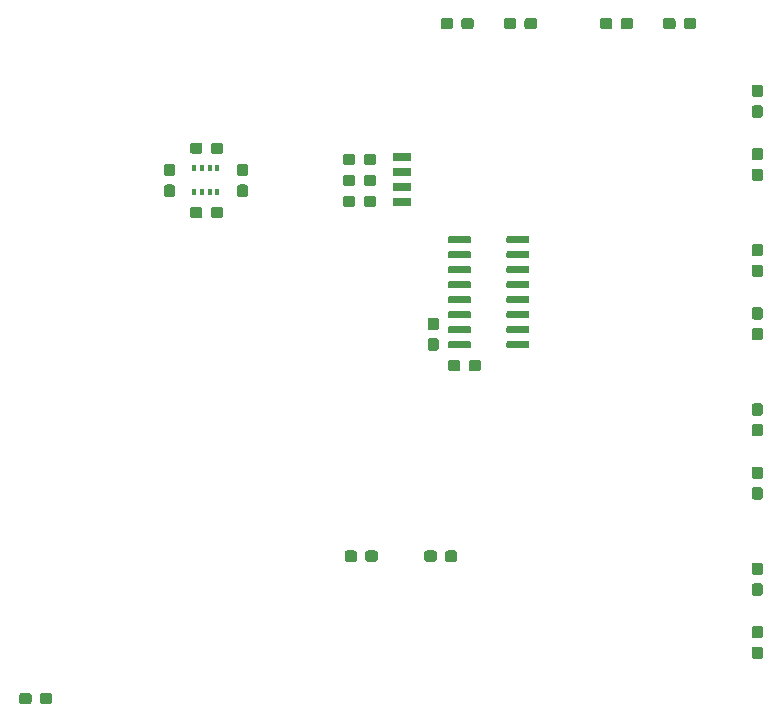
<source format=gbr>
G04 #@! TF.GenerationSoftware,KiCad,Pcbnew,(5.1.4-0-10_14)*
G04 #@! TF.CreationDate,2020-12-30T10:53:35-07:00*
G04 #@! TF.ProjectId,Motherboard,4d6f7468-6572-4626-9f61-72642e6b6963,rev?*
G04 #@! TF.SameCoordinates,Original*
G04 #@! TF.FileFunction,Paste,Top*
G04 #@! TF.FilePolarity,Positive*
%FSLAX46Y46*%
G04 Gerber Fmt 4.6, Leading zero omitted, Abs format (unit mm)*
G04 Created by KiCad (PCBNEW (5.1.4-0-10_14)) date 2020-12-30 10:53:35*
%MOMM*%
%LPD*%
G04 APERTURE LIST*
%ADD10C,0.100000*%
%ADD11C,0.950000*%
%ADD12C,0.600000*%
%ADD13R,0.350000X0.500000*%
%ADD14R,1.600000X0.700000*%
G04 APERTURE END LIST*
D10*
G36*
X93380779Y-61502144D02*
G01*
X93403834Y-61505563D01*
X93426443Y-61511227D01*
X93448387Y-61519079D01*
X93469457Y-61529044D01*
X93489448Y-61541026D01*
X93508168Y-61554910D01*
X93525438Y-61570562D01*
X93541090Y-61587832D01*
X93554974Y-61606552D01*
X93566956Y-61626543D01*
X93576921Y-61647613D01*
X93584773Y-61669557D01*
X93590437Y-61692166D01*
X93593856Y-61715221D01*
X93595000Y-61738500D01*
X93595000Y-62213500D01*
X93593856Y-62236779D01*
X93590437Y-62259834D01*
X93584773Y-62282443D01*
X93576921Y-62304387D01*
X93566956Y-62325457D01*
X93554974Y-62345448D01*
X93541090Y-62364168D01*
X93525438Y-62381438D01*
X93508168Y-62397090D01*
X93489448Y-62410974D01*
X93469457Y-62422956D01*
X93448387Y-62432921D01*
X93426443Y-62440773D01*
X93403834Y-62446437D01*
X93380779Y-62449856D01*
X93357500Y-62451000D01*
X92782500Y-62451000D01*
X92759221Y-62449856D01*
X92736166Y-62446437D01*
X92713557Y-62440773D01*
X92691613Y-62432921D01*
X92670543Y-62422956D01*
X92650552Y-62410974D01*
X92631832Y-62397090D01*
X92614562Y-62381438D01*
X92598910Y-62364168D01*
X92585026Y-62345448D01*
X92573044Y-62325457D01*
X92563079Y-62304387D01*
X92555227Y-62282443D01*
X92549563Y-62259834D01*
X92546144Y-62236779D01*
X92545000Y-62213500D01*
X92545000Y-61738500D01*
X92546144Y-61715221D01*
X92549563Y-61692166D01*
X92555227Y-61669557D01*
X92563079Y-61647613D01*
X92573044Y-61626543D01*
X92585026Y-61606552D01*
X92598910Y-61587832D01*
X92614562Y-61570562D01*
X92631832Y-61554910D01*
X92650552Y-61541026D01*
X92670543Y-61529044D01*
X92691613Y-61519079D01*
X92713557Y-61511227D01*
X92736166Y-61505563D01*
X92759221Y-61502144D01*
X92782500Y-61501000D01*
X93357500Y-61501000D01*
X93380779Y-61502144D01*
X93380779Y-61502144D01*
G37*
D11*
X93070000Y-61976000D03*
D10*
G36*
X91630779Y-61502144D02*
G01*
X91653834Y-61505563D01*
X91676443Y-61511227D01*
X91698387Y-61519079D01*
X91719457Y-61529044D01*
X91739448Y-61541026D01*
X91758168Y-61554910D01*
X91775438Y-61570562D01*
X91791090Y-61587832D01*
X91804974Y-61606552D01*
X91816956Y-61626543D01*
X91826921Y-61647613D01*
X91834773Y-61669557D01*
X91840437Y-61692166D01*
X91843856Y-61715221D01*
X91845000Y-61738500D01*
X91845000Y-62213500D01*
X91843856Y-62236779D01*
X91840437Y-62259834D01*
X91834773Y-62282443D01*
X91826921Y-62304387D01*
X91816956Y-62325457D01*
X91804974Y-62345448D01*
X91791090Y-62364168D01*
X91775438Y-62381438D01*
X91758168Y-62397090D01*
X91739448Y-62410974D01*
X91719457Y-62422956D01*
X91698387Y-62432921D01*
X91676443Y-62440773D01*
X91653834Y-62446437D01*
X91630779Y-62449856D01*
X91607500Y-62451000D01*
X91032500Y-62451000D01*
X91009221Y-62449856D01*
X90986166Y-62446437D01*
X90963557Y-62440773D01*
X90941613Y-62432921D01*
X90920543Y-62422956D01*
X90900552Y-62410974D01*
X90881832Y-62397090D01*
X90864562Y-62381438D01*
X90848910Y-62364168D01*
X90835026Y-62345448D01*
X90823044Y-62325457D01*
X90813079Y-62304387D01*
X90805227Y-62282443D01*
X90799563Y-62259834D01*
X90796144Y-62236779D01*
X90795000Y-62213500D01*
X90795000Y-61738500D01*
X90796144Y-61715221D01*
X90799563Y-61692166D01*
X90805227Y-61669557D01*
X90813079Y-61647613D01*
X90823044Y-61626543D01*
X90835026Y-61606552D01*
X90848910Y-61587832D01*
X90864562Y-61570562D01*
X90881832Y-61554910D01*
X90900552Y-61541026D01*
X90920543Y-61529044D01*
X90941613Y-61519079D01*
X90963557Y-61511227D01*
X90986166Y-61505563D01*
X91009221Y-61502144D01*
X91032500Y-61501000D01*
X91607500Y-61501000D01*
X91630779Y-61502144D01*
X91630779Y-61502144D01*
G37*
D11*
X91320000Y-61976000D03*
D10*
G36*
X67460779Y-44892644D02*
G01*
X67483834Y-44896063D01*
X67506443Y-44901727D01*
X67528387Y-44909579D01*
X67549457Y-44919544D01*
X67569448Y-44931526D01*
X67588168Y-44945410D01*
X67605438Y-44961062D01*
X67621090Y-44978332D01*
X67634974Y-44997052D01*
X67646956Y-45017043D01*
X67656921Y-45038113D01*
X67664773Y-45060057D01*
X67670437Y-45082666D01*
X67673856Y-45105721D01*
X67675000Y-45129000D01*
X67675000Y-45704000D01*
X67673856Y-45727279D01*
X67670437Y-45750334D01*
X67664773Y-45772943D01*
X67656921Y-45794887D01*
X67646956Y-45815957D01*
X67634974Y-45835948D01*
X67621090Y-45854668D01*
X67605438Y-45871938D01*
X67588168Y-45887590D01*
X67569448Y-45901474D01*
X67549457Y-45913456D01*
X67528387Y-45923421D01*
X67506443Y-45931273D01*
X67483834Y-45936937D01*
X67460779Y-45940356D01*
X67437500Y-45941500D01*
X66962500Y-45941500D01*
X66939221Y-45940356D01*
X66916166Y-45936937D01*
X66893557Y-45931273D01*
X66871613Y-45923421D01*
X66850543Y-45913456D01*
X66830552Y-45901474D01*
X66811832Y-45887590D01*
X66794562Y-45871938D01*
X66778910Y-45854668D01*
X66765026Y-45835948D01*
X66753044Y-45815957D01*
X66743079Y-45794887D01*
X66735227Y-45772943D01*
X66729563Y-45750334D01*
X66726144Y-45727279D01*
X66725000Y-45704000D01*
X66725000Y-45129000D01*
X66726144Y-45105721D01*
X66729563Y-45082666D01*
X66735227Y-45060057D01*
X66743079Y-45038113D01*
X66753044Y-45017043D01*
X66765026Y-44997052D01*
X66778910Y-44978332D01*
X66794562Y-44961062D01*
X66811832Y-44945410D01*
X66830552Y-44931526D01*
X66850543Y-44919544D01*
X66871613Y-44909579D01*
X66893557Y-44901727D01*
X66916166Y-44896063D01*
X66939221Y-44892644D01*
X66962500Y-44891500D01*
X67437500Y-44891500D01*
X67460779Y-44892644D01*
X67460779Y-44892644D01*
G37*
D11*
X67200000Y-45416500D03*
D10*
G36*
X67460779Y-46642644D02*
G01*
X67483834Y-46646063D01*
X67506443Y-46651727D01*
X67528387Y-46659579D01*
X67549457Y-46669544D01*
X67569448Y-46681526D01*
X67588168Y-46695410D01*
X67605438Y-46711062D01*
X67621090Y-46728332D01*
X67634974Y-46747052D01*
X67646956Y-46767043D01*
X67656921Y-46788113D01*
X67664773Y-46810057D01*
X67670437Y-46832666D01*
X67673856Y-46855721D01*
X67675000Y-46879000D01*
X67675000Y-47454000D01*
X67673856Y-47477279D01*
X67670437Y-47500334D01*
X67664773Y-47522943D01*
X67656921Y-47544887D01*
X67646956Y-47565957D01*
X67634974Y-47585948D01*
X67621090Y-47604668D01*
X67605438Y-47621938D01*
X67588168Y-47637590D01*
X67569448Y-47651474D01*
X67549457Y-47663456D01*
X67528387Y-47673421D01*
X67506443Y-47681273D01*
X67483834Y-47686937D01*
X67460779Y-47690356D01*
X67437500Y-47691500D01*
X66962500Y-47691500D01*
X66939221Y-47690356D01*
X66916166Y-47686937D01*
X66893557Y-47681273D01*
X66871613Y-47673421D01*
X66850543Y-47663456D01*
X66830552Y-47651474D01*
X66811832Y-47637590D01*
X66794562Y-47621938D01*
X66778910Y-47604668D01*
X66765026Y-47585948D01*
X66753044Y-47565957D01*
X66743079Y-47544887D01*
X66735227Y-47522943D01*
X66729563Y-47500334D01*
X66726144Y-47477279D01*
X66725000Y-47454000D01*
X66725000Y-46879000D01*
X66726144Y-46855721D01*
X66729563Y-46832666D01*
X66735227Y-46810057D01*
X66743079Y-46788113D01*
X66753044Y-46767043D01*
X66765026Y-46747052D01*
X66778910Y-46728332D01*
X66794562Y-46711062D01*
X66811832Y-46695410D01*
X66830552Y-46681526D01*
X66850543Y-46669544D01*
X66871613Y-46659579D01*
X66893557Y-46651727D01*
X66916166Y-46646063D01*
X66939221Y-46642644D01*
X66962500Y-46641500D01*
X67437500Y-46641500D01*
X67460779Y-46642644D01*
X67460779Y-46642644D01*
G37*
D11*
X67200000Y-47166500D03*
D10*
G36*
X69793779Y-48548144D02*
G01*
X69816834Y-48551563D01*
X69839443Y-48557227D01*
X69861387Y-48565079D01*
X69882457Y-48575044D01*
X69902448Y-48587026D01*
X69921168Y-48600910D01*
X69938438Y-48616562D01*
X69954090Y-48633832D01*
X69967974Y-48652552D01*
X69979956Y-48672543D01*
X69989921Y-48693613D01*
X69997773Y-48715557D01*
X70003437Y-48738166D01*
X70006856Y-48761221D01*
X70008000Y-48784500D01*
X70008000Y-49259500D01*
X70006856Y-49282779D01*
X70003437Y-49305834D01*
X69997773Y-49328443D01*
X69989921Y-49350387D01*
X69979956Y-49371457D01*
X69967974Y-49391448D01*
X69954090Y-49410168D01*
X69938438Y-49427438D01*
X69921168Y-49443090D01*
X69902448Y-49456974D01*
X69882457Y-49468956D01*
X69861387Y-49478921D01*
X69839443Y-49486773D01*
X69816834Y-49492437D01*
X69793779Y-49495856D01*
X69770500Y-49497000D01*
X69195500Y-49497000D01*
X69172221Y-49495856D01*
X69149166Y-49492437D01*
X69126557Y-49486773D01*
X69104613Y-49478921D01*
X69083543Y-49468956D01*
X69063552Y-49456974D01*
X69044832Y-49443090D01*
X69027562Y-49427438D01*
X69011910Y-49410168D01*
X68998026Y-49391448D01*
X68986044Y-49371457D01*
X68976079Y-49350387D01*
X68968227Y-49328443D01*
X68962563Y-49305834D01*
X68959144Y-49282779D01*
X68958000Y-49259500D01*
X68958000Y-48784500D01*
X68959144Y-48761221D01*
X68962563Y-48738166D01*
X68968227Y-48715557D01*
X68976079Y-48693613D01*
X68986044Y-48672543D01*
X68998026Y-48652552D01*
X69011910Y-48633832D01*
X69027562Y-48616562D01*
X69044832Y-48600910D01*
X69063552Y-48587026D01*
X69083543Y-48575044D01*
X69104613Y-48565079D01*
X69126557Y-48557227D01*
X69149166Y-48551563D01*
X69172221Y-48548144D01*
X69195500Y-48547000D01*
X69770500Y-48547000D01*
X69793779Y-48548144D01*
X69793779Y-48548144D01*
G37*
D11*
X69483000Y-49022000D03*
D10*
G36*
X71543779Y-48548144D02*
G01*
X71566834Y-48551563D01*
X71589443Y-48557227D01*
X71611387Y-48565079D01*
X71632457Y-48575044D01*
X71652448Y-48587026D01*
X71671168Y-48600910D01*
X71688438Y-48616562D01*
X71704090Y-48633832D01*
X71717974Y-48652552D01*
X71729956Y-48672543D01*
X71739921Y-48693613D01*
X71747773Y-48715557D01*
X71753437Y-48738166D01*
X71756856Y-48761221D01*
X71758000Y-48784500D01*
X71758000Y-49259500D01*
X71756856Y-49282779D01*
X71753437Y-49305834D01*
X71747773Y-49328443D01*
X71739921Y-49350387D01*
X71729956Y-49371457D01*
X71717974Y-49391448D01*
X71704090Y-49410168D01*
X71688438Y-49427438D01*
X71671168Y-49443090D01*
X71652448Y-49456974D01*
X71632457Y-49468956D01*
X71611387Y-49478921D01*
X71589443Y-49486773D01*
X71566834Y-49492437D01*
X71543779Y-49495856D01*
X71520500Y-49497000D01*
X70945500Y-49497000D01*
X70922221Y-49495856D01*
X70899166Y-49492437D01*
X70876557Y-49486773D01*
X70854613Y-49478921D01*
X70833543Y-49468956D01*
X70813552Y-49456974D01*
X70794832Y-49443090D01*
X70777562Y-49427438D01*
X70761910Y-49410168D01*
X70748026Y-49391448D01*
X70736044Y-49371457D01*
X70726079Y-49350387D01*
X70718227Y-49328443D01*
X70712563Y-49305834D01*
X70709144Y-49282779D01*
X70708000Y-49259500D01*
X70708000Y-48784500D01*
X70709144Y-48761221D01*
X70712563Y-48738166D01*
X70718227Y-48715557D01*
X70726079Y-48693613D01*
X70736044Y-48672543D01*
X70748026Y-48652552D01*
X70761910Y-48633832D01*
X70777562Y-48616562D01*
X70794832Y-48600910D01*
X70813552Y-48587026D01*
X70833543Y-48575044D01*
X70854613Y-48565079D01*
X70876557Y-48557227D01*
X70899166Y-48551563D01*
X70922221Y-48548144D01*
X70945500Y-48547000D01*
X71520500Y-48547000D01*
X71543779Y-48548144D01*
X71543779Y-48548144D01*
G37*
D11*
X71233000Y-49022000D03*
D10*
G36*
X82747779Y-45817644D02*
G01*
X82770834Y-45821063D01*
X82793443Y-45826727D01*
X82815387Y-45834579D01*
X82836457Y-45844544D01*
X82856448Y-45856526D01*
X82875168Y-45870410D01*
X82892438Y-45886062D01*
X82908090Y-45903332D01*
X82921974Y-45922052D01*
X82933956Y-45942043D01*
X82943921Y-45963113D01*
X82951773Y-45985057D01*
X82957437Y-46007666D01*
X82960856Y-46030721D01*
X82962000Y-46054000D01*
X82962000Y-46529000D01*
X82960856Y-46552279D01*
X82957437Y-46575334D01*
X82951773Y-46597943D01*
X82943921Y-46619887D01*
X82933956Y-46640957D01*
X82921974Y-46660948D01*
X82908090Y-46679668D01*
X82892438Y-46696938D01*
X82875168Y-46712590D01*
X82856448Y-46726474D01*
X82836457Y-46738456D01*
X82815387Y-46748421D01*
X82793443Y-46756273D01*
X82770834Y-46761937D01*
X82747779Y-46765356D01*
X82724500Y-46766500D01*
X82149500Y-46766500D01*
X82126221Y-46765356D01*
X82103166Y-46761937D01*
X82080557Y-46756273D01*
X82058613Y-46748421D01*
X82037543Y-46738456D01*
X82017552Y-46726474D01*
X81998832Y-46712590D01*
X81981562Y-46696938D01*
X81965910Y-46679668D01*
X81952026Y-46660948D01*
X81940044Y-46640957D01*
X81930079Y-46619887D01*
X81922227Y-46597943D01*
X81916563Y-46575334D01*
X81913144Y-46552279D01*
X81912000Y-46529000D01*
X81912000Y-46054000D01*
X81913144Y-46030721D01*
X81916563Y-46007666D01*
X81922227Y-45985057D01*
X81930079Y-45963113D01*
X81940044Y-45942043D01*
X81952026Y-45922052D01*
X81965910Y-45903332D01*
X81981562Y-45886062D01*
X81998832Y-45870410D01*
X82017552Y-45856526D01*
X82037543Y-45844544D01*
X82058613Y-45834579D01*
X82080557Y-45826727D01*
X82103166Y-45821063D01*
X82126221Y-45817644D01*
X82149500Y-45816500D01*
X82724500Y-45816500D01*
X82747779Y-45817644D01*
X82747779Y-45817644D01*
G37*
D11*
X82437000Y-46291500D03*
D10*
G36*
X84497779Y-45817644D02*
G01*
X84520834Y-45821063D01*
X84543443Y-45826727D01*
X84565387Y-45834579D01*
X84586457Y-45844544D01*
X84606448Y-45856526D01*
X84625168Y-45870410D01*
X84642438Y-45886062D01*
X84658090Y-45903332D01*
X84671974Y-45922052D01*
X84683956Y-45942043D01*
X84693921Y-45963113D01*
X84701773Y-45985057D01*
X84707437Y-46007666D01*
X84710856Y-46030721D01*
X84712000Y-46054000D01*
X84712000Y-46529000D01*
X84710856Y-46552279D01*
X84707437Y-46575334D01*
X84701773Y-46597943D01*
X84693921Y-46619887D01*
X84683956Y-46640957D01*
X84671974Y-46660948D01*
X84658090Y-46679668D01*
X84642438Y-46696938D01*
X84625168Y-46712590D01*
X84606448Y-46726474D01*
X84586457Y-46738456D01*
X84565387Y-46748421D01*
X84543443Y-46756273D01*
X84520834Y-46761937D01*
X84497779Y-46765356D01*
X84474500Y-46766500D01*
X83899500Y-46766500D01*
X83876221Y-46765356D01*
X83853166Y-46761937D01*
X83830557Y-46756273D01*
X83808613Y-46748421D01*
X83787543Y-46738456D01*
X83767552Y-46726474D01*
X83748832Y-46712590D01*
X83731562Y-46696938D01*
X83715910Y-46679668D01*
X83702026Y-46660948D01*
X83690044Y-46640957D01*
X83680079Y-46619887D01*
X83672227Y-46597943D01*
X83666563Y-46575334D01*
X83663144Y-46552279D01*
X83662000Y-46529000D01*
X83662000Y-46054000D01*
X83663144Y-46030721D01*
X83666563Y-46007666D01*
X83672227Y-45985057D01*
X83680079Y-45963113D01*
X83690044Y-45942043D01*
X83702026Y-45922052D01*
X83715910Y-45903332D01*
X83731562Y-45886062D01*
X83748832Y-45870410D01*
X83767552Y-45856526D01*
X83787543Y-45844544D01*
X83808613Y-45834579D01*
X83830557Y-45826727D01*
X83853166Y-45821063D01*
X83876221Y-45817644D01*
X83899500Y-45816500D01*
X84474500Y-45816500D01*
X84497779Y-45817644D01*
X84497779Y-45817644D01*
G37*
D11*
X84187000Y-46291500D03*
D10*
G36*
X57077279Y-89696144D02*
G01*
X57100334Y-89699563D01*
X57122943Y-89705227D01*
X57144887Y-89713079D01*
X57165957Y-89723044D01*
X57185948Y-89735026D01*
X57204668Y-89748910D01*
X57221938Y-89764562D01*
X57237590Y-89781832D01*
X57251474Y-89800552D01*
X57263456Y-89820543D01*
X57273421Y-89841613D01*
X57281273Y-89863557D01*
X57286937Y-89886166D01*
X57290356Y-89909221D01*
X57291500Y-89932500D01*
X57291500Y-90407500D01*
X57290356Y-90430779D01*
X57286937Y-90453834D01*
X57281273Y-90476443D01*
X57273421Y-90498387D01*
X57263456Y-90519457D01*
X57251474Y-90539448D01*
X57237590Y-90558168D01*
X57221938Y-90575438D01*
X57204668Y-90591090D01*
X57185948Y-90604974D01*
X57165957Y-90616956D01*
X57144887Y-90626921D01*
X57122943Y-90634773D01*
X57100334Y-90640437D01*
X57077279Y-90643856D01*
X57054000Y-90645000D01*
X56479000Y-90645000D01*
X56455721Y-90643856D01*
X56432666Y-90640437D01*
X56410057Y-90634773D01*
X56388113Y-90626921D01*
X56367043Y-90616956D01*
X56347052Y-90604974D01*
X56328332Y-90591090D01*
X56311062Y-90575438D01*
X56295410Y-90558168D01*
X56281526Y-90539448D01*
X56269544Y-90519457D01*
X56259579Y-90498387D01*
X56251727Y-90476443D01*
X56246063Y-90453834D01*
X56242644Y-90430779D01*
X56241500Y-90407500D01*
X56241500Y-89932500D01*
X56242644Y-89909221D01*
X56246063Y-89886166D01*
X56251727Y-89863557D01*
X56259579Y-89841613D01*
X56269544Y-89820543D01*
X56281526Y-89800552D01*
X56295410Y-89781832D01*
X56311062Y-89764562D01*
X56328332Y-89748910D01*
X56347052Y-89735026D01*
X56367043Y-89723044D01*
X56388113Y-89713079D01*
X56410057Y-89705227D01*
X56432666Y-89699563D01*
X56455721Y-89696144D01*
X56479000Y-89695000D01*
X57054000Y-89695000D01*
X57077279Y-89696144D01*
X57077279Y-89696144D01*
G37*
D11*
X56766500Y-90170000D03*
D10*
G36*
X55327279Y-89696144D02*
G01*
X55350334Y-89699563D01*
X55372943Y-89705227D01*
X55394887Y-89713079D01*
X55415957Y-89723044D01*
X55435948Y-89735026D01*
X55454668Y-89748910D01*
X55471938Y-89764562D01*
X55487590Y-89781832D01*
X55501474Y-89800552D01*
X55513456Y-89820543D01*
X55523421Y-89841613D01*
X55531273Y-89863557D01*
X55536937Y-89886166D01*
X55540356Y-89909221D01*
X55541500Y-89932500D01*
X55541500Y-90407500D01*
X55540356Y-90430779D01*
X55536937Y-90453834D01*
X55531273Y-90476443D01*
X55523421Y-90498387D01*
X55513456Y-90519457D01*
X55501474Y-90539448D01*
X55487590Y-90558168D01*
X55471938Y-90575438D01*
X55454668Y-90591090D01*
X55435948Y-90604974D01*
X55415957Y-90616956D01*
X55394887Y-90626921D01*
X55372943Y-90634773D01*
X55350334Y-90640437D01*
X55327279Y-90643856D01*
X55304000Y-90645000D01*
X54729000Y-90645000D01*
X54705721Y-90643856D01*
X54682666Y-90640437D01*
X54660057Y-90634773D01*
X54638113Y-90626921D01*
X54617043Y-90616956D01*
X54597052Y-90604974D01*
X54578332Y-90591090D01*
X54561062Y-90575438D01*
X54545410Y-90558168D01*
X54531526Y-90539448D01*
X54519544Y-90519457D01*
X54509579Y-90498387D01*
X54501727Y-90476443D01*
X54496063Y-90453834D01*
X54492644Y-90430779D01*
X54491500Y-90407500D01*
X54491500Y-89932500D01*
X54492644Y-89909221D01*
X54496063Y-89886166D01*
X54501727Y-89863557D01*
X54509579Y-89841613D01*
X54519544Y-89820543D01*
X54531526Y-89800552D01*
X54545410Y-89781832D01*
X54561062Y-89764562D01*
X54578332Y-89748910D01*
X54597052Y-89735026D01*
X54617043Y-89723044D01*
X54638113Y-89713079D01*
X54660057Y-89705227D01*
X54682666Y-89699563D01*
X54705721Y-89696144D01*
X54729000Y-89695000D01*
X55304000Y-89695000D01*
X55327279Y-89696144D01*
X55327279Y-89696144D01*
G37*
D11*
X55016500Y-90170000D03*
D10*
G36*
X82880779Y-77631144D02*
G01*
X82903834Y-77634563D01*
X82926443Y-77640227D01*
X82948387Y-77648079D01*
X82969457Y-77658044D01*
X82989448Y-77670026D01*
X83008168Y-77683910D01*
X83025438Y-77699562D01*
X83041090Y-77716832D01*
X83054974Y-77735552D01*
X83066956Y-77755543D01*
X83076921Y-77776613D01*
X83084773Y-77798557D01*
X83090437Y-77821166D01*
X83093856Y-77844221D01*
X83095000Y-77867500D01*
X83095000Y-78342500D01*
X83093856Y-78365779D01*
X83090437Y-78388834D01*
X83084773Y-78411443D01*
X83076921Y-78433387D01*
X83066956Y-78454457D01*
X83054974Y-78474448D01*
X83041090Y-78493168D01*
X83025438Y-78510438D01*
X83008168Y-78526090D01*
X82989448Y-78539974D01*
X82969457Y-78551956D01*
X82948387Y-78561921D01*
X82926443Y-78569773D01*
X82903834Y-78575437D01*
X82880779Y-78578856D01*
X82857500Y-78580000D01*
X82282500Y-78580000D01*
X82259221Y-78578856D01*
X82236166Y-78575437D01*
X82213557Y-78569773D01*
X82191613Y-78561921D01*
X82170543Y-78551956D01*
X82150552Y-78539974D01*
X82131832Y-78526090D01*
X82114562Y-78510438D01*
X82098910Y-78493168D01*
X82085026Y-78474448D01*
X82073044Y-78454457D01*
X82063079Y-78433387D01*
X82055227Y-78411443D01*
X82049563Y-78388834D01*
X82046144Y-78365779D01*
X82045000Y-78342500D01*
X82045000Y-77867500D01*
X82046144Y-77844221D01*
X82049563Y-77821166D01*
X82055227Y-77798557D01*
X82063079Y-77776613D01*
X82073044Y-77755543D01*
X82085026Y-77735552D01*
X82098910Y-77716832D01*
X82114562Y-77699562D01*
X82131832Y-77683910D01*
X82150552Y-77670026D01*
X82170543Y-77658044D01*
X82191613Y-77648079D01*
X82213557Y-77640227D01*
X82236166Y-77634563D01*
X82259221Y-77631144D01*
X82282500Y-77630000D01*
X82857500Y-77630000D01*
X82880779Y-77631144D01*
X82880779Y-77631144D01*
G37*
D11*
X82570000Y-78105000D03*
D10*
G36*
X84630779Y-77631144D02*
G01*
X84653834Y-77634563D01*
X84676443Y-77640227D01*
X84698387Y-77648079D01*
X84719457Y-77658044D01*
X84739448Y-77670026D01*
X84758168Y-77683910D01*
X84775438Y-77699562D01*
X84791090Y-77716832D01*
X84804974Y-77735552D01*
X84816956Y-77755543D01*
X84826921Y-77776613D01*
X84834773Y-77798557D01*
X84840437Y-77821166D01*
X84843856Y-77844221D01*
X84845000Y-77867500D01*
X84845000Y-78342500D01*
X84843856Y-78365779D01*
X84840437Y-78388834D01*
X84834773Y-78411443D01*
X84826921Y-78433387D01*
X84816956Y-78454457D01*
X84804974Y-78474448D01*
X84791090Y-78493168D01*
X84775438Y-78510438D01*
X84758168Y-78526090D01*
X84739448Y-78539974D01*
X84719457Y-78551956D01*
X84698387Y-78561921D01*
X84676443Y-78569773D01*
X84653834Y-78575437D01*
X84630779Y-78578856D01*
X84607500Y-78580000D01*
X84032500Y-78580000D01*
X84009221Y-78578856D01*
X83986166Y-78575437D01*
X83963557Y-78569773D01*
X83941613Y-78561921D01*
X83920543Y-78551956D01*
X83900552Y-78539974D01*
X83881832Y-78526090D01*
X83864562Y-78510438D01*
X83848910Y-78493168D01*
X83835026Y-78474448D01*
X83823044Y-78454457D01*
X83813079Y-78433387D01*
X83805227Y-78411443D01*
X83799563Y-78388834D01*
X83796144Y-78365779D01*
X83795000Y-78342500D01*
X83795000Y-77867500D01*
X83796144Y-77844221D01*
X83799563Y-77821166D01*
X83805227Y-77798557D01*
X83813079Y-77776613D01*
X83823044Y-77755543D01*
X83835026Y-77735552D01*
X83848910Y-77716832D01*
X83864562Y-77699562D01*
X83881832Y-77683910D01*
X83900552Y-77670026D01*
X83920543Y-77658044D01*
X83941613Y-77648079D01*
X83963557Y-77640227D01*
X83986166Y-77634563D01*
X84009221Y-77631144D01*
X84032500Y-77630000D01*
X84607500Y-77630000D01*
X84630779Y-77631144D01*
X84630779Y-77631144D01*
G37*
D11*
X84320000Y-78105000D03*
D10*
G36*
X117240779Y-84011144D02*
G01*
X117263834Y-84014563D01*
X117286443Y-84020227D01*
X117308387Y-84028079D01*
X117329457Y-84038044D01*
X117349448Y-84050026D01*
X117368168Y-84063910D01*
X117385438Y-84079562D01*
X117401090Y-84096832D01*
X117414974Y-84115552D01*
X117426956Y-84135543D01*
X117436921Y-84156613D01*
X117444773Y-84178557D01*
X117450437Y-84201166D01*
X117453856Y-84224221D01*
X117455000Y-84247500D01*
X117455000Y-84822500D01*
X117453856Y-84845779D01*
X117450437Y-84868834D01*
X117444773Y-84891443D01*
X117436921Y-84913387D01*
X117426956Y-84934457D01*
X117414974Y-84954448D01*
X117401090Y-84973168D01*
X117385438Y-84990438D01*
X117368168Y-85006090D01*
X117349448Y-85019974D01*
X117329457Y-85031956D01*
X117308387Y-85041921D01*
X117286443Y-85049773D01*
X117263834Y-85055437D01*
X117240779Y-85058856D01*
X117217500Y-85060000D01*
X116742500Y-85060000D01*
X116719221Y-85058856D01*
X116696166Y-85055437D01*
X116673557Y-85049773D01*
X116651613Y-85041921D01*
X116630543Y-85031956D01*
X116610552Y-85019974D01*
X116591832Y-85006090D01*
X116574562Y-84990438D01*
X116558910Y-84973168D01*
X116545026Y-84954448D01*
X116533044Y-84934457D01*
X116523079Y-84913387D01*
X116515227Y-84891443D01*
X116509563Y-84868834D01*
X116506144Y-84845779D01*
X116505000Y-84822500D01*
X116505000Y-84247500D01*
X116506144Y-84224221D01*
X116509563Y-84201166D01*
X116515227Y-84178557D01*
X116523079Y-84156613D01*
X116533044Y-84135543D01*
X116545026Y-84115552D01*
X116558910Y-84096832D01*
X116574562Y-84079562D01*
X116591832Y-84063910D01*
X116610552Y-84050026D01*
X116630543Y-84038044D01*
X116651613Y-84028079D01*
X116673557Y-84020227D01*
X116696166Y-84014563D01*
X116719221Y-84011144D01*
X116742500Y-84010000D01*
X117217500Y-84010000D01*
X117240779Y-84011144D01*
X117240779Y-84011144D01*
G37*
D11*
X116980000Y-84535000D03*
D10*
G36*
X117240779Y-85761144D02*
G01*
X117263834Y-85764563D01*
X117286443Y-85770227D01*
X117308387Y-85778079D01*
X117329457Y-85788044D01*
X117349448Y-85800026D01*
X117368168Y-85813910D01*
X117385438Y-85829562D01*
X117401090Y-85846832D01*
X117414974Y-85865552D01*
X117426956Y-85885543D01*
X117436921Y-85906613D01*
X117444773Y-85928557D01*
X117450437Y-85951166D01*
X117453856Y-85974221D01*
X117455000Y-85997500D01*
X117455000Y-86572500D01*
X117453856Y-86595779D01*
X117450437Y-86618834D01*
X117444773Y-86641443D01*
X117436921Y-86663387D01*
X117426956Y-86684457D01*
X117414974Y-86704448D01*
X117401090Y-86723168D01*
X117385438Y-86740438D01*
X117368168Y-86756090D01*
X117349448Y-86769974D01*
X117329457Y-86781956D01*
X117308387Y-86791921D01*
X117286443Y-86799773D01*
X117263834Y-86805437D01*
X117240779Y-86808856D01*
X117217500Y-86810000D01*
X116742500Y-86810000D01*
X116719221Y-86808856D01*
X116696166Y-86805437D01*
X116673557Y-86799773D01*
X116651613Y-86791921D01*
X116630543Y-86781956D01*
X116610552Y-86769974D01*
X116591832Y-86756090D01*
X116574562Y-86740438D01*
X116558910Y-86723168D01*
X116545026Y-86704448D01*
X116533044Y-86684457D01*
X116523079Y-86663387D01*
X116515227Y-86641443D01*
X116509563Y-86618834D01*
X116506144Y-86595779D01*
X116505000Y-86572500D01*
X116505000Y-85997500D01*
X116506144Y-85974221D01*
X116509563Y-85951166D01*
X116515227Y-85928557D01*
X116523079Y-85906613D01*
X116533044Y-85885543D01*
X116545026Y-85865552D01*
X116558910Y-85846832D01*
X116574562Y-85829562D01*
X116591832Y-85813910D01*
X116610552Y-85800026D01*
X116630543Y-85788044D01*
X116651613Y-85778079D01*
X116673557Y-85770227D01*
X116696166Y-85764563D01*
X116719221Y-85761144D01*
X116742500Y-85760000D01*
X117217500Y-85760000D01*
X117240779Y-85761144D01*
X117240779Y-85761144D01*
G37*
D11*
X116980000Y-86285000D03*
D10*
G36*
X117240779Y-78661144D02*
G01*
X117263834Y-78664563D01*
X117286443Y-78670227D01*
X117308387Y-78678079D01*
X117329457Y-78688044D01*
X117349448Y-78700026D01*
X117368168Y-78713910D01*
X117385438Y-78729562D01*
X117401090Y-78746832D01*
X117414974Y-78765552D01*
X117426956Y-78785543D01*
X117436921Y-78806613D01*
X117444773Y-78828557D01*
X117450437Y-78851166D01*
X117453856Y-78874221D01*
X117455000Y-78897500D01*
X117455000Y-79472500D01*
X117453856Y-79495779D01*
X117450437Y-79518834D01*
X117444773Y-79541443D01*
X117436921Y-79563387D01*
X117426956Y-79584457D01*
X117414974Y-79604448D01*
X117401090Y-79623168D01*
X117385438Y-79640438D01*
X117368168Y-79656090D01*
X117349448Y-79669974D01*
X117329457Y-79681956D01*
X117308387Y-79691921D01*
X117286443Y-79699773D01*
X117263834Y-79705437D01*
X117240779Y-79708856D01*
X117217500Y-79710000D01*
X116742500Y-79710000D01*
X116719221Y-79708856D01*
X116696166Y-79705437D01*
X116673557Y-79699773D01*
X116651613Y-79691921D01*
X116630543Y-79681956D01*
X116610552Y-79669974D01*
X116591832Y-79656090D01*
X116574562Y-79640438D01*
X116558910Y-79623168D01*
X116545026Y-79604448D01*
X116533044Y-79584457D01*
X116523079Y-79563387D01*
X116515227Y-79541443D01*
X116509563Y-79518834D01*
X116506144Y-79495779D01*
X116505000Y-79472500D01*
X116505000Y-78897500D01*
X116506144Y-78874221D01*
X116509563Y-78851166D01*
X116515227Y-78828557D01*
X116523079Y-78806613D01*
X116533044Y-78785543D01*
X116545026Y-78765552D01*
X116558910Y-78746832D01*
X116574562Y-78729562D01*
X116591832Y-78713910D01*
X116610552Y-78700026D01*
X116630543Y-78688044D01*
X116651613Y-78678079D01*
X116673557Y-78670227D01*
X116696166Y-78664563D01*
X116719221Y-78661144D01*
X116742500Y-78660000D01*
X117217500Y-78660000D01*
X117240779Y-78661144D01*
X117240779Y-78661144D01*
G37*
D11*
X116980000Y-79185000D03*
D10*
G36*
X117240779Y-80411144D02*
G01*
X117263834Y-80414563D01*
X117286443Y-80420227D01*
X117308387Y-80428079D01*
X117329457Y-80438044D01*
X117349448Y-80450026D01*
X117368168Y-80463910D01*
X117385438Y-80479562D01*
X117401090Y-80496832D01*
X117414974Y-80515552D01*
X117426956Y-80535543D01*
X117436921Y-80556613D01*
X117444773Y-80578557D01*
X117450437Y-80601166D01*
X117453856Y-80624221D01*
X117455000Y-80647500D01*
X117455000Y-81222500D01*
X117453856Y-81245779D01*
X117450437Y-81268834D01*
X117444773Y-81291443D01*
X117436921Y-81313387D01*
X117426956Y-81334457D01*
X117414974Y-81354448D01*
X117401090Y-81373168D01*
X117385438Y-81390438D01*
X117368168Y-81406090D01*
X117349448Y-81419974D01*
X117329457Y-81431956D01*
X117308387Y-81441921D01*
X117286443Y-81449773D01*
X117263834Y-81455437D01*
X117240779Y-81458856D01*
X117217500Y-81460000D01*
X116742500Y-81460000D01*
X116719221Y-81458856D01*
X116696166Y-81455437D01*
X116673557Y-81449773D01*
X116651613Y-81441921D01*
X116630543Y-81431956D01*
X116610552Y-81419974D01*
X116591832Y-81406090D01*
X116574562Y-81390438D01*
X116558910Y-81373168D01*
X116545026Y-81354448D01*
X116533044Y-81334457D01*
X116523079Y-81313387D01*
X116515227Y-81291443D01*
X116509563Y-81268834D01*
X116506144Y-81245779D01*
X116505000Y-81222500D01*
X116505000Y-80647500D01*
X116506144Y-80624221D01*
X116509563Y-80601166D01*
X116515227Y-80578557D01*
X116523079Y-80556613D01*
X116533044Y-80535543D01*
X116545026Y-80515552D01*
X116558910Y-80496832D01*
X116574562Y-80479562D01*
X116591832Y-80463910D01*
X116610552Y-80450026D01*
X116630543Y-80438044D01*
X116651613Y-80428079D01*
X116673557Y-80420227D01*
X116696166Y-80414563D01*
X116719221Y-80411144D01*
X116742500Y-80410000D01*
X117217500Y-80410000D01*
X117240779Y-80411144D01*
X117240779Y-80411144D01*
G37*
D11*
X116980000Y-80935000D03*
D10*
G36*
X117240779Y-72271144D02*
G01*
X117263834Y-72274563D01*
X117286443Y-72280227D01*
X117308387Y-72288079D01*
X117329457Y-72298044D01*
X117349448Y-72310026D01*
X117368168Y-72323910D01*
X117385438Y-72339562D01*
X117401090Y-72356832D01*
X117414974Y-72375552D01*
X117426956Y-72395543D01*
X117436921Y-72416613D01*
X117444773Y-72438557D01*
X117450437Y-72461166D01*
X117453856Y-72484221D01*
X117455000Y-72507500D01*
X117455000Y-73082500D01*
X117453856Y-73105779D01*
X117450437Y-73128834D01*
X117444773Y-73151443D01*
X117436921Y-73173387D01*
X117426956Y-73194457D01*
X117414974Y-73214448D01*
X117401090Y-73233168D01*
X117385438Y-73250438D01*
X117368168Y-73266090D01*
X117349448Y-73279974D01*
X117329457Y-73291956D01*
X117308387Y-73301921D01*
X117286443Y-73309773D01*
X117263834Y-73315437D01*
X117240779Y-73318856D01*
X117217500Y-73320000D01*
X116742500Y-73320000D01*
X116719221Y-73318856D01*
X116696166Y-73315437D01*
X116673557Y-73309773D01*
X116651613Y-73301921D01*
X116630543Y-73291956D01*
X116610552Y-73279974D01*
X116591832Y-73266090D01*
X116574562Y-73250438D01*
X116558910Y-73233168D01*
X116545026Y-73214448D01*
X116533044Y-73194457D01*
X116523079Y-73173387D01*
X116515227Y-73151443D01*
X116509563Y-73128834D01*
X116506144Y-73105779D01*
X116505000Y-73082500D01*
X116505000Y-72507500D01*
X116506144Y-72484221D01*
X116509563Y-72461166D01*
X116515227Y-72438557D01*
X116523079Y-72416613D01*
X116533044Y-72395543D01*
X116545026Y-72375552D01*
X116558910Y-72356832D01*
X116574562Y-72339562D01*
X116591832Y-72323910D01*
X116610552Y-72310026D01*
X116630543Y-72298044D01*
X116651613Y-72288079D01*
X116673557Y-72280227D01*
X116696166Y-72274563D01*
X116719221Y-72271144D01*
X116742500Y-72270000D01*
X117217500Y-72270000D01*
X117240779Y-72271144D01*
X117240779Y-72271144D01*
G37*
D11*
X116980000Y-72795000D03*
D10*
G36*
X117240779Y-70521144D02*
G01*
X117263834Y-70524563D01*
X117286443Y-70530227D01*
X117308387Y-70538079D01*
X117329457Y-70548044D01*
X117349448Y-70560026D01*
X117368168Y-70573910D01*
X117385438Y-70589562D01*
X117401090Y-70606832D01*
X117414974Y-70625552D01*
X117426956Y-70645543D01*
X117436921Y-70666613D01*
X117444773Y-70688557D01*
X117450437Y-70711166D01*
X117453856Y-70734221D01*
X117455000Y-70757500D01*
X117455000Y-71332500D01*
X117453856Y-71355779D01*
X117450437Y-71378834D01*
X117444773Y-71401443D01*
X117436921Y-71423387D01*
X117426956Y-71444457D01*
X117414974Y-71464448D01*
X117401090Y-71483168D01*
X117385438Y-71500438D01*
X117368168Y-71516090D01*
X117349448Y-71529974D01*
X117329457Y-71541956D01*
X117308387Y-71551921D01*
X117286443Y-71559773D01*
X117263834Y-71565437D01*
X117240779Y-71568856D01*
X117217500Y-71570000D01*
X116742500Y-71570000D01*
X116719221Y-71568856D01*
X116696166Y-71565437D01*
X116673557Y-71559773D01*
X116651613Y-71551921D01*
X116630543Y-71541956D01*
X116610552Y-71529974D01*
X116591832Y-71516090D01*
X116574562Y-71500438D01*
X116558910Y-71483168D01*
X116545026Y-71464448D01*
X116533044Y-71444457D01*
X116523079Y-71423387D01*
X116515227Y-71401443D01*
X116509563Y-71378834D01*
X116506144Y-71355779D01*
X116505000Y-71332500D01*
X116505000Y-70757500D01*
X116506144Y-70734221D01*
X116509563Y-70711166D01*
X116515227Y-70688557D01*
X116523079Y-70666613D01*
X116533044Y-70645543D01*
X116545026Y-70625552D01*
X116558910Y-70606832D01*
X116574562Y-70589562D01*
X116591832Y-70573910D01*
X116610552Y-70560026D01*
X116630543Y-70548044D01*
X116651613Y-70538079D01*
X116673557Y-70530227D01*
X116696166Y-70524563D01*
X116719221Y-70521144D01*
X116742500Y-70520000D01*
X117217500Y-70520000D01*
X117240779Y-70521144D01*
X117240779Y-70521144D01*
G37*
D11*
X116980000Y-71045000D03*
D10*
G36*
X117240779Y-65171144D02*
G01*
X117263834Y-65174563D01*
X117286443Y-65180227D01*
X117308387Y-65188079D01*
X117329457Y-65198044D01*
X117349448Y-65210026D01*
X117368168Y-65223910D01*
X117385438Y-65239562D01*
X117401090Y-65256832D01*
X117414974Y-65275552D01*
X117426956Y-65295543D01*
X117436921Y-65316613D01*
X117444773Y-65338557D01*
X117450437Y-65361166D01*
X117453856Y-65384221D01*
X117455000Y-65407500D01*
X117455000Y-65982500D01*
X117453856Y-66005779D01*
X117450437Y-66028834D01*
X117444773Y-66051443D01*
X117436921Y-66073387D01*
X117426956Y-66094457D01*
X117414974Y-66114448D01*
X117401090Y-66133168D01*
X117385438Y-66150438D01*
X117368168Y-66166090D01*
X117349448Y-66179974D01*
X117329457Y-66191956D01*
X117308387Y-66201921D01*
X117286443Y-66209773D01*
X117263834Y-66215437D01*
X117240779Y-66218856D01*
X117217500Y-66220000D01*
X116742500Y-66220000D01*
X116719221Y-66218856D01*
X116696166Y-66215437D01*
X116673557Y-66209773D01*
X116651613Y-66201921D01*
X116630543Y-66191956D01*
X116610552Y-66179974D01*
X116591832Y-66166090D01*
X116574562Y-66150438D01*
X116558910Y-66133168D01*
X116545026Y-66114448D01*
X116533044Y-66094457D01*
X116523079Y-66073387D01*
X116515227Y-66051443D01*
X116509563Y-66028834D01*
X116506144Y-66005779D01*
X116505000Y-65982500D01*
X116505000Y-65407500D01*
X116506144Y-65384221D01*
X116509563Y-65361166D01*
X116515227Y-65338557D01*
X116523079Y-65316613D01*
X116533044Y-65295543D01*
X116545026Y-65275552D01*
X116558910Y-65256832D01*
X116574562Y-65239562D01*
X116591832Y-65223910D01*
X116610552Y-65210026D01*
X116630543Y-65198044D01*
X116651613Y-65188079D01*
X116673557Y-65180227D01*
X116696166Y-65174563D01*
X116719221Y-65171144D01*
X116742500Y-65170000D01*
X117217500Y-65170000D01*
X117240779Y-65171144D01*
X117240779Y-65171144D01*
G37*
D11*
X116980000Y-65695000D03*
D10*
G36*
X117240779Y-66921144D02*
G01*
X117263834Y-66924563D01*
X117286443Y-66930227D01*
X117308387Y-66938079D01*
X117329457Y-66948044D01*
X117349448Y-66960026D01*
X117368168Y-66973910D01*
X117385438Y-66989562D01*
X117401090Y-67006832D01*
X117414974Y-67025552D01*
X117426956Y-67045543D01*
X117436921Y-67066613D01*
X117444773Y-67088557D01*
X117450437Y-67111166D01*
X117453856Y-67134221D01*
X117455000Y-67157500D01*
X117455000Y-67732500D01*
X117453856Y-67755779D01*
X117450437Y-67778834D01*
X117444773Y-67801443D01*
X117436921Y-67823387D01*
X117426956Y-67844457D01*
X117414974Y-67864448D01*
X117401090Y-67883168D01*
X117385438Y-67900438D01*
X117368168Y-67916090D01*
X117349448Y-67929974D01*
X117329457Y-67941956D01*
X117308387Y-67951921D01*
X117286443Y-67959773D01*
X117263834Y-67965437D01*
X117240779Y-67968856D01*
X117217500Y-67970000D01*
X116742500Y-67970000D01*
X116719221Y-67968856D01*
X116696166Y-67965437D01*
X116673557Y-67959773D01*
X116651613Y-67951921D01*
X116630543Y-67941956D01*
X116610552Y-67929974D01*
X116591832Y-67916090D01*
X116574562Y-67900438D01*
X116558910Y-67883168D01*
X116545026Y-67864448D01*
X116533044Y-67844457D01*
X116523079Y-67823387D01*
X116515227Y-67801443D01*
X116509563Y-67778834D01*
X116506144Y-67755779D01*
X116505000Y-67732500D01*
X116505000Y-67157500D01*
X116506144Y-67134221D01*
X116509563Y-67111166D01*
X116515227Y-67088557D01*
X116523079Y-67066613D01*
X116533044Y-67045543D01*
X116545026Y-67025552D01*
X116558910Y-67006832D01*
X116574562Y-66989562D01*
X116591832Y-66973910D01*
X116610552Y-66960026D01*
X116630543Y-66948044D01*
X116651613Y-66938079D01*
X116673557Y-66930227D01*
X116696166Y-66924563D01*
X116719221Y-66921144D01*
X116742500Y-66920000D01*
X117217500Y-66920000D01*
X117240779Y-66921144D01*
X117240779Y-66921144D01*
G37*
D11*
X116980000Y-67445000D03*
D10*
G36*
X69793779Y-43090144D02*
G01*
X69816834Y-43093563D01*
X69839443Y-43099227D01*
X69861387Y-43107079D01*
X69882457Y-43117044D01*
X69902448Y-43129026D01*
X69921168Y-43142910D01*
X69938438Y-43158562D01*
X69954090Y-43175832D01*
X69967974Y-43194552D01*
X69979956Y-43214543D01*
X69989921Y-43235613D01*
X69997773Y-43257557D01*
X70003437Y-43280166D01*
X70006856Y-43303221D01*
X70008000Y-43326500D01*
X70008000Y-43801500D01*
X70006856Y-43824779D01*
X70003437Y-43847834D01*
X69997773Y-43870443D01*
X69989921Y-43892387D01*
X69979956Y-43913457D01*
X69967974Y-43933448D01*
X69954090Y-43952168D01*
X69938438Y-43969438D01*
X69921168Y-43985090D01*
X69902448Y-43998974D01*
X69882457Y-44010956D01*
X69861387Y-44020921D01*
X69839443Y-44028773D01*
X69816834Y-44034437D01*
X69793779Y-44037856D01*
X69770500Y-44039000D01*
X69195500Y-44039000D01*
X69172221Y-44037856D01*
X69149166Y-44034437D01*
X69126557Y-44028773D01*
X69104613Y-44020921D01*
X69083543Y-44010956D01*
X69063552Y-43998974D01*
X69044832Y-43985090D01*
X69027562Y-43969438D01*
X69011910Y-43952168D01*
X68998026Y-43933448D01*
X68986044Y-43913457D01*
X68976079Y-43892387D01*
X68968227Y-43870443D01*
X68962563Y-43847834D01*
X68959144Y-43824779D01*
X68958000Y-43801500D01*
X68958000Y-43326500D01*
X68959144Y-43303221D01*
X68962563Y-43280166D01*
X68968227Y-43257557D01*
X68976079Y-43235613D01*
X68986044Y-43214543D01*
X68998026Y-43194552D01*
X69011910Y-43175832D01*
X69027562Y-43158562D01*
X69044832Y-43142910D01*
X69063552Y-43129026D01*
X69083543Y-43117044D01*
X69104613Y-43107079D01*
X69126557Y-43099227D01*
X69149166Y-43093563D01*
X69172221Y-43090144D01*
X69195500Y-43089000D01*
X69770500Y-43089000D01*
X69793779Y-43090144D01*
X69793779Y-43090144D01*
G37*
D11*
X69483000Y-43564000D03*
D10*
G36*
X71543779Y-43090144D02*
G01*
X71566834Y-43093563D01*
X71589443Y-43099227D01*
X71611387Y-43107079D01*
X71632457Y-43117044D01*
X71652448Y-43129026D01*
X71671168Y-43142910D01*
X71688438Y-43158562D01*
X71704090Y-43175832D01*
X71717974Y-43194552D01*
X71729956Y-43214543D01*
X71739921Y-43235613D01*
X71747773Y-43257557D01*
X71753437Y-43280166D01*
X71756856Y-43303221D01*
X71758000Y-43326500D01*
X71758000Y-43801500D01*
X71756856Y-43824779D01*
X71753437Y-43847834D01*
X71747773Y-43870443D01*
X71739921Y-43892387D01*
X71729956Y-43913457D01*
X71717974Y-43933448D01*
X71704090Y-43952168D01*
X71688438Y-43969438D01*
X71671168Y-43985090D01*
X71652448Y-43998974D01*
X71632457Y-44010956D01*
X71611387Y-44020921D01*
X71589443Y-44028773D01*
X71566834Y-44034437D01*
X71543779Y-44037856D01*
X71520500Y-44039000D01*
X70945500Y-44039000D01*
X70922221Y-44037856D01*
X70899166Y-44034437D01*
X70876557Y-44028773D01*
X70854613Y-44020921D01*
X70833543Y-44010956D01*
X70813552Y-43998974D01*
X70794832Y-43985090D01*
X70777562Y-43969438D01*
X70761910Y-43952168D01*
X70748026Y-43933448D01*
X70736044Y-43913457D01*
X70726079Y-43892387D01*
X70718227Y-43870443D01*
X70712563Y-43847834D01*
X70709144Y-43824779D01*
X70708000Y-43801500D01*
X70708000Y-43326500D01*
X70709144Y-43303221D01*
X70712563Y-43280166D01*
X70718227Y-43257557D01*
X70726079Y-43235613D01*
X70736044Y-43214543D01*
X70748026Y-43194552D01*
X70761910Y-43175832D01*
X70777562Y-43158562D01*
X70794832Y-43142910D01*
X70813552Y-43129026D01*
X70833543Y-43117044D01*
X70854613Y-43107079D01*
X70876557Y-43099227D01*
X70899166Y-43093563D01*
X70922221Y-43090144D01*
X70945500Y-43089000D01*
X71520500Y-43089000D01*
X71543779Y-43090144D01*
X71543779Y-43090144D01*
G37*
D11*
X71233000Y-43564000D03*
D10*
G36*
X73666779Y-44892644D02*
G01*
X73689834Y-44896063D01*
X73712443Y-44901727D01*
X73734387Y-44909579D01*
X73755457Y-44919544D01*
X73775448Y-44931526D01*
X73794168Y-44945410D01*
X73811438Y-44961062D01*
X73827090Y-44978332D01*
X73840974Y-44997052D01*
X73852956Y-45017043D01*
X73862921Y-45038113D01*
X73870773Y-45060057D01*
X73876437Y-45082666D01*
X73879856Y-45105721D01*
X73881000Y-45129000D01*
X73881000Y-45704000D01*
X73879856Y-45727279D01*
X73876437Y-45750334D01*
X73870773Y-45772943D01*
X73862921Y-45794887D01*
X73852956Y-45815957D01*
X73840974Y-45835948D01*
X73827090Y-45854668D01*
X73811438Y-45871938D01*
X73794168Y-45887590D01*
X73775448Y-45901474D01*
X73755457Y-45913456D01*
X73734387Y-45923421D01*
X73712443Y-45931273D01*
X73689834Y-45936937D01*
X73666779Y-45940356D01*
X73643500Y-45941500D01*
X73168500Y-45941500D01*
X73145221Y-45940356D01*
X73122166Y-45936937D01*
X73099557Y-45931273D01*
X73077613Y-45923421D01*
X73056543Y-45913456D01*
X73036552Y-45901474D01*
X73017832Y-45887590D01*
X73000562Y-45871938D01*
X72984910Y-45854668D01*
X72971026Y-45835948D01*
X72959044Y-45815957D01*
X72949079Y-45794887D01*
X72941227Y-45772943D01*
X72935563Y-45750334D01*
X72932144Y-45727279D01*
X72931000Y-45704000D01*
X72931000Y-45129000D01*
X72932144Y-45105721D01*
X72935563Y-45082666D01*
X72941227Y-45060057D01*
X72949079Y-45038113D01*
X72959044Y-45017043D01*
X72971026Y-44997052D01*
X72984910Y-44978332D01*
X73000562Y-44961062D01*
X73017832Y-44945410D01*
X73036552Y-44931526D01*
X73056543Y-44919544D01*
X73077613Y-44909579D01*
X73099557Y-44901727D01*
X73122166Y-44896063D01*
X73145221Y-44892644D01*
X73168500Y-44891500D01*
X73643500Y-44891500D01*
X73666779Y-44892644D01*
X73666779Y-44892644D01*
G37*
D11*
X73406000Y-45416500D03*
D10*
G36*
X73666779Y-46642644D02*
G01*
X73689834Y-46646063D01*
X73712443Y-46651727D01*
X73734387Y-46659579D01*
X73755457Y-46669544D01*
X73775448Y-46681526D01*
X73794168Y-46695410D01*
X73811438Y-46711062D01*
X73827090Y-46728332D01*
X73840974Y-46747052D01*
X73852956Y-46767043D01*
X73862921Y-46788113D01*
X73870773Y-46810057D01*
X73876437Y-46832666D01*
X73879856Y-46855721D01*
X73881000Y-46879000D01*
X73881000Y-47454000D01*
X73879856Y-47477279D01*
X73876437Y-47500334D01*
X73870773Y-47522943D01*
X73862921Y-47544887D01*
X73852956Y-47565957D01*
X73840974Y-47585948D01*
X73827090Y-47604668D01*
X73811438Y-47621938D01*
X73794168Y-47637590D01*
X73775448Y-47651474D01*
X73755457Y-47663456D01*
X73734387Y-47673421D01*
X73712443Y-47681273D01*
X73689834Y-47686937D01*
X73666779Y-47690356D01*
X73643500Y-47691500D01*
X73168500Y-47691500D01*
X73145221Y-47690356D01*
X73122166Y-47686937D01*
X73099557Y-47681273D01*
X73077613Y-47673421D01*
X73056543Y-47663456D01*
X73036552Y-47651474D01*
X73017832Y-47637590D01*
X73000562Y-47621938D01*
X72984910Y-47604668D01*
X72971026Y-47585948D01*
X72959044Y-47565957D01*
X72949079Y-47544887D01*
X72941227Y-47522943D01*
X72935563Y-47500334D01*
X72932144Y-47477279D01*
X72931000Y-47454000D01*
X72931000Y-46879000D01*
X72932144Y-46855721D01*
X72935563Y-46832666D01*
X72941227Y-46810057D01*
X72949079Y-46788113D01*
X72959044Y-46767043D01*
X72971026Y-46747052D01*
X72984910Y-46728332D01*
X73000562Y-46711062D01*
X73017832Y-46695410D01*
X73036552Y-46681526D01*
X73056543Y-46669544D01*
X73077613Y-46659579D01*
X73099557Y-46651727D01*
X73122166Y-46646063D01*
X73145221Y-46642644D01*
X73168500Y-46641500D01*
X73643500Y-46641500D01*
X73666779Y-46642644D01*
X73666779Y-46642644D01*
G37*
D11*
X73406000Y-47166500D03*
D10*
G36*
X117240779Y-58781144D02*
G01*
X117263834Y-58784563D01*
X117286443Y-58790227D01*
X117308387Y-58798079D01*
X117329457Y-58808044D01*
X117349448Y-58820026D01*
X117368168Y-58833910D01*
X117385438Y-58849562D01*
X117401090Y-58866832D01*
X117414974Y-58885552D01*
X117426956Y-58905543D01*
X117436921Y-58926613D01*
X117444773Y-58948557D01*
X117450437Y-58971166D01*
X117453856Y-58994221D01*
X117455000Y-59017500D01*
X117455000Y-59592500D01*
X117453856Y-59615779D01*
X117450437Y-59638834D01*
X117444773Y-59661443D01*
X117436921Y-59683387D01*
X117426956Y-59704457D01*
X117414974Y-59724448D01*
X117401090Y-59743168D01*
X117385438Y-59760438D01*
X117368168Y-59776090D01*
X117349448Y-59789974D01*
X117329457Y-59801956D01*
X117308387Y-59811921D01*
X117286443Y-59819773D01*
X117263834Y-59825437D01*
X117240779Y-59828856D01*
X117217500Y-59830000D01*
X116742500Y-59830000D01*
X116719221Y-59828856D01*
X116696166Y-59825437D01*
X116673557Y-59819773D01*
X116651613Y-59811921D01*
X116630543Y-59801956D01*
X116610552Y-59789974D01*
X116591832Y-59776090D01*
X116574562Y-59760438D01*
X116558910Y-59743168D01*
X116545026Y-59724448D01*
X116533044Y-59704457D01*
X116523079Y-59683387D01*
X116515227Y-59661443D01*
X116509563Y-59638834D01*
X116506144Y-59615779D01*
X116505000Y-59592500D01*
X116505000Y-59017500D01*
X116506144Y-58994221D01*
X116509563Y-58971166D01*
X116515227Y-58948557D01*
X116523079Y-58926613D01*
X116533044Y-58905543D01*
X116545026Y-58885552D01*
X116558910Y-58866832D01*
X116574562Y-58849562D01*
X116591832Y-58833910D01*
X116610552Y-58820026D01*
X116630543Y-58808044D01*
X116651613Y-58798079D01*
X116673557Y-58790227D01*
X116696166Y-58784563D01*
X116719221Y-58781144D01*
X116742500Y-58780000D01*
X117217500Y-58780000D01*
X117240779Y-58781144D01*
X117240779Y-58781144D01*
G37*
D11*
X116980000Y-59305000D03*
D10*
G36*
X117240779Y-57031144D02*
G01*
X117263834Y-57034563D01*
X117286443Y-57040227D01*
X117308387Y-57048079D01*
X117329457Y-57058044D01*
X117349448Y-57070026D01*
X117368168Y-57083910D01*
X117385438Y-57099562D01*
X117401090Y-57116832D01*
X117414974Y-57135552D01*
X117426956Y-57155543D01*
X117436921Y-57176613D01*
X117444773Y-57198557D01*
X117450437Y-57221166D01*
X117453856Y-57244221D01*
X117455000Y-57267500D01*
X117455000Y-57842500D01*
X117453856Y-57865779D01*
X117450437Y-57888834D01*
X117444773Y-57911443D01*
X117436921Y-57933387D01*
X117426956Y-57954457D01*
X117414974Y-57974448D01*
X117401090Y-57993168D01*
X117385438Y-58010438D01*
X117368168Y-58026090D01*
X117349448Y-58039974D01*
X117329457Y-58051956D01*
X117308387Y-58061921D01*
X117286443Y-58069773D01*
X117263834Y-58075437D01*
X117240779Y-58078856D01*
X117217500Y-58080000D01*
X116742500Y-58080000D01*
X116719221Y-58078856D01*
X116696166Y-58075437D01*
X116673557Y-58069773D01*
X116651613Y-58061921D01*
X116630543Y-58051956D01*
X116610552Y-58039974D01*
X116591832Y-58026090D01*
X116574562Y-58010438D01*
X116558910Y-57993168D01*
X116545026Y-57974448D01*
X116533044Y-57954457D01*
X116523079Y-57933387D01*
X116515227Y-57911443D01*
X116509563Y-57888834D01*
X116506144Y-57865779D01*
X116505000Y-57842500D01*
X116505000Y-57267500D01*
X116506144Y-57244221D01*
X116509563Y-57221166D01*
X116515227Y-57198557D01*
X116523079Y-57176613D01*
X116533044Y-57155543D01*
X116545026Y-57135552D01*
X116558910Y-57116832D01*
X116574562Y-57099562D01*
X116591832Y-57083910D01*
X116610552Y-57070026D01*
X116630543Y-57058044D01*
X116651613Y-57048079D01*
X116673557Y-57040227D01*
X116696166Y-57034563D01*
X116719221Y-57031144D01*
X116742500Y-57030000D01*
X117217500Y-57030000D01*
X117240779Y-57031144D01*
X117240779Y-57031144D01*
G37*
D11*
X116980000Y-57555000D03*
D10*
G36*
X117240779Y-51681144D02*
G01*
X117263834Y-51684563D01*
X117286443Y-51690227D01*
X117308387Y-51698079D01*
X117329457Y-51708044D01*
X117349448Y-51720026D01*
X117368168Y-51733910D01*
X117385438Y-51749562D01*
X117401090Y-51766832D01*
X117414974Y-51785552D01*
X117426956Y-51805543D01*
X117436921Y-51826613D01*
X117444773Y-51848557D01*
X117450437Y-51871166D01*
X117453856Y-51894221D01*
X117455000Y-51917500D01*
X117455000Y-52492500D01*
X117453856Y-52515779D01*
X117450437Y-52538834D01*
X117444773Y-52561443D01*
X117436921Y-52583387D01*
X117426956Y-52604457D01*
X117414974Y-52624448D01*
X117401090Y-52643168D01*
X117385438Y-52660438D01*
X117368168Y-52676090D01*
X117349448Y-52689974D01*
X117329457Y-52701956D01*
X117308387Y-52711921D01*
X117286443Y-52719773D01*
X117263834Y-52725437D01*
X117240779Y-52728856D01*
X117217500Y-52730000D01*
X116742500Y-52730000D01*
X116719221Y-52728856D01*
X116696166Y-52725437D01*
X116673557Y-52719773D01*
X116651613Y-52711921D01*
X116630543Y-52701956D01*
X116610552Y-52689974D01*
X116591832Y-52676090D01*
X116574562Y-52660438D01*
X116558910Y-52643168D01*
X116545026Y-52624448D01*
X116533044Y-52604457D01*
X116523079Y-52583387D01*
X116515227Y-52561443D01*
X116509563Y-52538834D01*
X116506144Y-52515779D01*
X116505000Y-52492500D01*
X116505000Y-51917500D01*
X116506144Y-51894221D01*
X116509563Y-51871166D01*
X116515227Y-51848557D01*
X116523079Y-51826613D01*
X116533044Y-51805543D01*
X116545026Y-51785552D01*
X116558910Y-51766832D01*
X116574562Y-51749562D01*
X116591832Y-51733910D01*
X116610552Y-51720026D01*
X116630543Y-51708044D01*
X116651613Y-51698079D01*
X116673557Y-51690227D01*
X116696166Y-51684563D01*
X116719221Y-51681144D01*
X116742500Y-51680000D01*
X117217500Y-51680000D01*
X117240779Y-51681144D01*
X117240779Y-51681144D01*
G37*
D11*
X116980000Y-52205000D03*
D10*
G36*
X117240779Y-53431144D02*
G01*
X117263834Y-53434563D01*
X117286443Y-53440227D01*
X117308387Y-53448079D01*
X117329457Y-53458044D01*
X117349448Y-53470026D01*
X117368168Y-53483910D01*
X117385438Y-53499562D01*
X117401090Y-53516832D01*
X117414974Y-53535552D01*
X117426956Y-53555543D01*
X117436921Y-53576613D01*
X117444773Y-53598557D01*
X117450437Y-53621166D01*
X117453856Y-53644221D01*
X117455000Y-53667500D01*
X117455000Y-54242500D01*
X117453856Y-54265779D01*
X117450437Y-54288834D01*
X117444773Y-54311443D01*
X117436921Y-54333387D01*
X117426956Y-54354457D01*
X117414974Y-54374448D01*
X117401090Y-54393168D01*
X117385438Y-54410438D01*
X117368168Y-54426090D01*
X117349448Y-54439974D01*
X117329457Y-54451956D01*
X117308387Y-54461921D01*
X117286443Y-54469773D01*
X117263834Y-54475437D01*
X117240779Y-54478856D01*
X117217500Y-54480000D01*
X116742500Y-54480000D01*
X116719221Y-54478856D01*
X116696166Y-54475437D01*
X116673557Y-54469773D01*
X116651613Y-54461921D01*
X116630543Y-54451956D01*
X116610552Y-54439974D01*
X116591832Y-54426090D01*
X116574562Y-54410438D01*
X116558910Y-54393168D01*
X116545026Y-54374448D01*
X116533044Y-54354457D01*
X116523079Y-54333387D01*
X116515227Y-54311443D01*
X116509563Y-54288834D01*
X116506144Y-54265779D01*
X116505000Y-54242500D01*
X116505000Y-53667500D01*
X116506144Y-53644221D01*
X116509563Y-53621166D01*
X116515227Y-53598557D01*
X116523079Y-53576613D01*
X116533044Y-53555543D01*
X116545026Y-53535552D01*
X116558910Y-53516832D01*
X116574562Y-53499562D01*
X116591832Y-53483910D01*
X116610552Y-53470026D01*
X116630543Y-53458044D01*
X116651613Y-53448079D01*
X116673557Y-53440227D01*
X116696166Y-53434563D01*
X116719221Y-53431144D01*
X116742500Y-53430000D01*
X117217500Y-53430000D01*
X117240779Y-53431144D01*
X117240779Y-53431144D01*
G37*
D11*
X116980000Y-53955000D03*
D10*
G36*
X117240779Y-45291144D02*
G01*
X117263834Y-45294563D01*
X117286443Y-45300227D01*
X117308387Y-45308079D01*
X117329457Y-45318044D01*
X117349448Y-45330026D01*
X117368168Y-45343910D01*
X117385438Y-45359562D01*
X117401090Y-45376832D01*
X117414974Y-45395552D01*
X117426956Y-45415543D01*
X117436921Y-45436613D01*
X117444773Y-45458557D01*
X117450437Y-45481166D01*
X117453856Y-45504221D01*
X117455000Y-45527500D01*
X117455000Y-46102500D01*
X117453856Y-46125779D01*
X117450437Y-46148834D01*
X117444773Y-46171443D01*
X117436921Y-46193387D01*
X117426956Y-46214457D01*
X117414974Y-46234448D01*
X117401090Y-46253168D01*
X117385438Y-46270438D01*
X117368168Y-46286090D01*
X117349448Y-46299974D01*
X117329457Y-46311956D01*
X117308387Y-46321921D01*
X117286443Y-46329773D01*
X117263834Y-46335437D01*
X117240779Y-46338856D01*
X117217500Y-46340000D01*
X116742500Y-46340000D01*
X116719221Y-46338856D01*
X116696166Y-46335437D01*
X116673557Y-46329773D01*
X116651613Y-46321921D01*
X116630543Y-46311956D01*
X116610552Y-46299974D01*
X116591832Y-46286090D01*
X116574562Y-46270438D01*
X116558910Y-46253168D01*
X116545026Y-46234448D01*
X116533044Y-46214457D01*
X116523079Y-46193387D01*
X116515227Y-46171443D01*
X116509563Y-46148834D01*
X116506144Y-46125779D01*
X116505000Y-46102500D01*
X116505000Y-45527500D01*
X116506144Y-45504221D01*
X116509563Y-45481166D01*
X116515227Y-45458557D01*
X116523079Y-45436613D01*
X116533044Y-45415543D01*
X116545026Y-45395552D01*
X116558910Y-45376832D01*
X116574562Y-45359562D01*
X116591832Y-45343910D01*
X116610552Y-45330026D01*
X116630543Y-45318044D01*
X116651613Y-45308079D01*
X116673557Y-45300227D01*
X116696166Y-45294563D01*
X116719221Y-45291144D01*
X116742500Y-45290000D01*
X117217500Y-45290000D01*
X117240779Y-45291144D01*
X117240779Y-45291144D01*
G37*
D11*
X116980000Y-45815000D03*
D10*
G36*
X117240779Y-43541144D02*
G01*
X117263834Y-43544563D01*
X117286443Y-43550227D01*
X117308387Y-43558079D01*
X117329457Y-43568044D01*
X117349448Y-43580026D01*
X117368168Y-43593910D01*
X117385438Y-43609562D01*
X117401090Y-43626832D01*
X117414974Y-43645552D01*
X117426956Y-43665543D01*
X117436921Y-43686613D01*
X117444773Y-43708557D01*
X117450437Y-43731166D01*
X117453856Y-43754221D01*
X117455000Y-43777500D01*
X117455000Y-44352500D01*
X117453856Y-44375779D01*
X117450437Y-44398834D01*
X117444773Y-44421443D01*
X117436921Y-44443387D01*
X117426956Y-44464457D01*
X117414974Y-44484448D01*
X117401090Y-44503168D01*
X117385438Y-44520438D01*
X117368168Y-44536090D01*
X117349448Y-44549974D01*
X117329457Y-44561956D01*
X117308387Y-44571921D01*
X117286443Y-44579773D01*
X117263834Y-44585437D01*
X117240779Y-44588856D01*
X117217500Y-44590000D01*
X116742500Y-44590000D01*
X116719221Y-44588856D01*
X116696166Y-44585437D01*
X116673557Y-44579773D01*
X116651613Y-44571921D01*
X116630543Y-44561956D01*
X116610552Y-44549974D01*
X116591832Y-44536090D01*
X116574562Y-44520438D01*
X116558910Y-44503168D01*
X116545026Y-44484448D01*
X116533044Y-44464457D01*
X116523079Y-44443387D01*
X116515227Y-44421443D01*
X116509563Y-44398834D01*
X116506144Y-44375779D01*
X116505000Y-44352500D01*
X116505000Y-43777500D01*
X116506144Y-43754221D01*
X116509563Y-43731166D01*
X116515227Y-43708557D01*
X116523079Y-43686613D01*
X116533044Y-43665543D01*
X116545026Y-43645552D01*
X116558910Y-43626832D01*
X116574562Y-43609562D01*
X116591832Y-43593910D01*
X116610552Y-43580026D01*
X116630543Y-43568044D01*
X116651613Y-43558079D01*
X116673557Y-43550227D01*
X116696166Y-43544563D01*
X116719221Y-43541144D01*
X116742500Y-43540000D01*
X117217500Y-43540000D01*
X117240779Y-43541144D01*
X117240779Y-43541144D01*
G37*
D11*
X116980000Y-44065000D03*
D10*
G36*
X117240779Y-39941144D02*
G01*
X117263834Y-39944563D01*
X117286443Y-39950227D01*
X117308387Y-39958079D01*
X117329457Y-39968044D01*
X117349448Y-39980026D01*
X117368168Y-39993910D01*
X117385438Y-40009562D01*
X117401090Y-40026832D01*
X117414974Y-40045552D01*
X117426956Y-40065543D01*
X117436921Y-40086613D01*
X117444773Y-40108557D01*
X117450437Y-40131166D01*
X117453856Y-40154221D01*
X117455000Y-40177500D01*
X117455000Y-40752500D01*
X117453856Y-40775779D01*
X117450437Y-40798834D01*
X117444773Y-40821443D01*
X117436921Y-40843387D01*
X117426956Y-40864457D01*
X117414974Y-40884448D01*
X117401090Y-40903168D01*
X117385438Y-40920438D01*
X117368168Y-40936090D01*
X117349448Y-40949974D01*
X117329457Y-40961956D01*
X117308387Y-40971921D01*
X117286443Y-40979773D01*
X117263834Y-40985437D01*
X117240779Y-40988856D01*
X117217500Y-40990000D01*
X116742500Y-40990000D01*
X116719221Y-40988856D01*
X116696166Y-40985437D01*
X116673557Y-40979773D01*
X116651613Y-40971921D01*
X116630543Y-40961956D01*
X116610552Y-40949974D01*
X116591832Y-40936090D01*
X116574562Y-40920438D01*
X116558910Y-40903168D01*
X116545026Y-40884448D01*
X116533044Y-40864457D01*
X116523079Y-40843387D01*
X116515227Y-40821443D01*
X116509563Y-40798834D01*
X116506144Y-40775779D01*
X116505000Y-40752500D01*
X116505000Y-40177500D01*
X116506144Y-40154221D01*
X116509563Y-40131166D01*
X116515227Y-40108557D01*
X116523079Y-40086613D01*
X116533044Y-40065543D01*
X116545026Y-40045552D01*
X116558910Y-40026832D01*
X116574562Y-40009562D01*
X116591832Y-39993910D01*
X116610552Y-39980026D01*
X116630543Y-39968044D01*
X116651613Y-39958079D01*
X116673557Y-39950227D01*
X116696166Y-39944563D01*
X116719221Y-39941144D01*
X116742500Y-39940000D01*
X117217500Y-39940000D01*
X117240779Y-39941144D01*
X117240779Y-39941144D01*
G37*
D11*
X116980000Y-40465000D03*
D10*
G36*
X117240779Y-38191144D02*
G01*
X117263834Y-38194563D01*
X117286443Y-38200227D01*
X117308387Y-38208079D01*
X117329457Y-38218044D01*
X117349448Y-38230026D01*
X117368168Y-38243910D01*
X117385438Y-38259562D01*
X117401090Y-38276832D01*
X117414974Y-38295552D01*
X117426956Y-38315543D01*
X117436921Y-38336613D01*
X117444773Y-38358557D01*
X117450437Y-38381166D01*
X117453856Y-38404221D01*
X117455000Y-38427500D01*
X117455000Y-39002500D01*
X117453856Y-39025779D01*
X117450437Y-39048834D01*
X117444773Y-39071443D01*
X117436921Y-39093387D01*
X117426956Y-39114457D01*
X117414974Y-39134448D01*
X117401090Y-39153168D01*
X117385438Y-39170438D01*
X117368168Y-39186090D01*
X117349448Y-39199974D01*
X117329457Y-39211956D01*
X117308387Y-39221921D01*
X117286443Y-39229773D01*
X117263834Y-39235437D01*
X117240779Y-39238856D01*
X117217500Y-39240000D01*
X116742500Y-39240000D01*
X116719221Y-39238856D01*
X116696166Y-39235437D01*
X116673557Y-39229773D01*
X116651613Y-39221921D01*
X116630543Y-39211956D01*
X116610552Y-39199974D01*
X116591832Y-39186090D01*
X116574562Y-39170438D01*
X116558910Y-39153168D01*
X116545026Y-39134448D01*
X116533044Y-39114457D01*
X116523079Y-39093387D01*
X116515227Y-39071443D01*
X116509563Y-39048834D01*
X116506144Y-39025779D01*
X116505000Y-39002500D01*
X116505000Y-38427500D01*
X116506144Y-38404221D01*
X116509563Y-38381166D01*
X116515227Y-38358557D01*
X116523079Y-38336613D01*
X116533044Y-38315543D01*
X116545026Y-38295552D01*
X116558910Y-38276832D01*
X116574562Y-38259562D01*
X116591832Y-38243910D01*
X116610552Y-38230026D01*
X116630543Y-38218044D01*
X116651613Y-38208079D01*
X116673557Y-38200227D01*
X116696166Y-38194563D01*
X116719221Y-38191144D01*
X116742500Y-38190000D01*
X117217500Y-38190000D01*
X117240779Y-38191144D01*
X117240779Y-38191144D01*
G37*
D11*
X116980000Y-38715000D03*
D10*
G36*
X106245779Y-32546144D02*
G01*
X106268834Y-32549563D01*
X106291443Y-32555227D01*
X106313387Y-32563079D01*
X106334457Y-32573044D01*
X106354448Y-32585026D01*
X106373168Y-32598910D01*
X106390438Y-32614562D01*
X106406090Y-32631832D01*
X106419974Y-32650552D01*
X106431956Y-32670543D01*
X106441921Y-32691613D01*
X106449773Y-32713557D01*
X106455437Y-32736166D01*
X106458856Y-32759221D01*
X106460000Y-32782500D01*
X106460000Y-33257500D01*
X106458856Y-33280779D01*
X106455437Y-33303834D01*
X106449773Y-33326443D01*
X106441921Y-33348387D01*
X106431956Y-33369457D01*
X106419974Y-33389448D01*
X106406090Y-33408168D01*
X106390438Y-33425438D01*
X106373168Y-33441090D01*
X106354448Y-33454974D01*
X106334457Y-33466956D01*
X106313387Y-33476921D01*
X106291443Y-33484773D01*
X106268834Y-33490437D01*
X106245779Y-33493856D01*
X106222500Y-33495000D01*
X105647500Y-33495000D01*
X105624221Y-33493856D01*
X105601166Y-33490437D01*
X105578557Y-33484773D01*
X105556613Y-33476921D01*
X105535543Y-33466956D01*
X105515552Y-33454974D01*
X105496832Y-33441090D01*
X105479562Y-33425438D01*
X105463910Y-33408168D01*
X105450026Y-33389448D01*
X105438044Y-33369457D01*
X105428079Y-33348387D01*
X105420227Y-33326443D01*
X105414563Y-33303834D01*
X105411144Y-33280779D01*
X105410000Y-33257500D01*
X105410000Y-32782500D01*
X105411144Y-32759221D01*
X105414563Y-32736166D01*
X105420227Y-32713557D01*
X105428079Y-32691613D01*
X105438044Y-32670543D01*
X105450026Y-32650552D01*
X105463910Y-32631832D01*
X105479562Y-32614562D01*
X105496832Y-32598910D01*
X105515552Y-32585026D01*
X105535543Y-32573044D01*
X105556613Y-32563079D01*
X105578557Y-32555227D01*
X105601166Y-32549563D01*
X105624221Y-32546144D01*
X105647500Y-32545000D01*
X106222500Y-32545000D01*
X106245779Y-32546144D01*
X106245779Y-32546144D01*
G37*
D11*
X105935000Y-33020000D03*
D10*
G36*
X104495779Y-32546144D02*
G01*
X104518834Y-32549563D01*
X104541443Y-32555227D01*
X104563387Y-32563079D01*
X104584457Y-32573044D01*
X104604448Y-32585026D01*
X104623168Y-32598910D01*
X104640438Y-32614562D01*
X104656090Y-32631832D01*
X104669974Y-32650552D01*
X104681956Y-32670543D01*
X104691921Y-32691613D01*
X104699773Y-32713557D01*
X104705437Y-32736166D01*
X104708856Y-32759221D01*
X104710000Y-32782500D01*
X104710000Y-33257500D01*
X104708856Y-33280779D01*
X104705437Y-33303834D01*
X104699773Y-33326443D01*
X104691921Y-33348387D01*
X104681956Y-33369457D01*
X104669974Y-33389448D01*
X104656090Y-33408168D01*
X104640438Y-33425438D01*
X104623168Y-33441090D01*
X104604448Y-33454974D01*
X104584457Y-33466956D01*
X104563387Y-33476921D01*
X104541443Y-33484773D01*
X104518834Y-33490437D01*
X104495779Y-33493856D01*
X104472500Y-33495000D01*
X103897500Y-33495000D01*
X103874221Y-33493856D01*
X103851166Y-33490437D01*
X103828557Y-33484773D01*
X103806613Y-33476921D01*
X103785543Y-33466956D01*
X103765552Y-33454974D01*
X103746832Y-33441090D01*
X103729562Y-33425438D01*
X103713910Y-33408168D01*
X103700026Y-33389448D01*
X103688044Y-33369457D01*
X103678079Y-33348387D01*
X103670227Y-33326443D01*
X103664563Y-33303834D01*
X103661144Y-33280779D01*
X103660000Y-33257500D01*
X103660000Y-32782500D01*
X103661144Y-32759221D01*
X103664563Y-32736166D01*
X103670227Y-32713557D01*
X103678079Y-32691613D01*
X103688044Y-32670543D01*
X103700026Y-32650552D01*
X103713910Y-32631832D01*
X103729562Y-32614562D01*
X103746832Y-32598910D01*
X103765552Y-32585026D01*
X103785543Y-32573044D01*
X103806613Y-32563079D01*
X103828557Y-32555227D01*
X103851166Y-32549563D01*
X103874221Y-32546144D01*
X103897500Y-32545000D01*
X104472500Y-32545000D01*
X104495779Y-32546144D01*
X104495779Y-32546144D01*
G37*
D11*
X104185000Y-33020000D03*
D10*
G36*
X111595779Y-32546144D02*
G01*
X111618834Y-32549563D01*
X111641443Y-32555227D01*
X111663387Y-32563079D01*
X111684457Y-32573044D01*
X111704448Y-32585026D01*
X111723168Y-32598910D01*
X111740438Y-32614562D01*
X111756090Y-32631832D01*
X111769974Y-32650552D01*
X111781956Y-32670543D01*
X111791921Y-32691613D01*
X111799773Y-32713557D01*
X111805437Y-32736166D01*
X111808856Y-32759221D01*
X111810000Y-32782500D01*
X111810000Y-33257500D01*
X111808856Y-33280779D01*
X111805437Y-33303834D01*
X111799773Y-33326443D01*
X111791921Y-33348387D01*
X111781956Y-33369457D01*
X111769974Y-33389448D01*
X111756090Y-33408168D01*
X111740438Y-33425438D01*
X111723168Y-33441090D01*
X111704448Y-33454974D01*
X111684457Y-33466956D01*
X111663387Y-33476921D01*
X111641443Y-33484773D01*
X111618834Y-33490437D01*
X111595779Y-33493856D01*
X111572500Y-33495000D01*
X110997500Y-33495000D01*
X110974221Y-33493856D01*
X110951166Y-33490437D01*
X110928557Y-33484773D01*
X110906613Y-33476921D01*
X110885543Y-33466956D01*
X110865552Y-33454974D01*
X110846832Y-33441090D01*
X110829562Y-33425438D01*
X110813910Y-33408168D01*
X110800026Y-33389448D01*
X110788044Y-33369457D01*
X110778079Y-33348387D01*
X110770227Y-33326443D01*
X110764563Y-33303834D01*
X110761144Y-33280779D01*
X110760000Y-33257500D01*
X110760000Y-32782500D01*
X110761144Y-32759221D01*
X110764563Y-32736166D01*
X110770227Y-32713557D01*
X110778079Y-32691613D01*
X110788044Y-32670543D01*
X110800026Y-32650552D01*
X110813910Y-32631832D01*
X110829562Y-32614562D01*
X110846832Y-32598910D01*
X110865552Y-32585026D01*
X110885543Y-32573044D01*
X110906613Y-32563079D01*
X110928557Y-32555227D01*
X110951166Y-32549563D01*
X110974221Y-32546144D01*
X110997500Y-32545000D01*
X111572500Y-32545000D01*
X111595779Y-32546144D01*
X111595779Y-32546144D01*
G37*
D11*
X111285000Y-33020000D03*
D10*
G36*
X109845779Y-32546144D02*
G01*
X109868834Y-32549563D01*
X109891443Y-32555227D01*
X109913387Y-32563079D01*
X109934457Y-32573044D01*
X109954448Y-32585026D01*
X109973168Y-32598910D01*
X109990438Y-32614562D01*
X110006090Y-32631832D01*
X110019974Y-32650552D01*
X110031956Y-32670543D01*
X110041921Y-32691613D01*
X110049773Y-32713557D01*
X110055437Y-32736166D01*
X110058856Y-32759221D01*
X110060000Y-32782500D01*
X110060000Y-33257500D01*
X110058856Y-33280779D01*
X110055437Y-33303834D01*
X110049773Y-33326443D01*
X110041921Y-33348387D01*
X110031956Y-33369457D01*
X110019974Y-33389448D01*
X110006090Y-33408168D01*
X109990438Y-33425438D01*
X109973168Y-33441090D01*
X109954448Y-33454974D01*
X109934457Y-33466956D01*
X109913387Y-33476921D01*
X109891443Y-33484773D01*
X109868834Y-33490437D01*
X109845779Y-33493856D01*
X109822500Y-33495000D01*
X109247500Y-33495000D01*
X109224221Y-33493856D01*
X109201166Y-33490437D01*
X109178557Y-33484773D01*
X109156613Y-33476921D01*
X109135543Y-33466956D01*
X109115552Y-33454974D01*
X109096832Y-33441090D01*
X109079562Y-33425438D01*
X109063910Y-33408168D01*
X109050026Y-33389448D01*
X109038044Y-33369457D01*
X109028079Y-33348387D01*
X109020227Y-33326443D01*
X109014563Y-33303834D01*
X109011144Y-33280779D01*
X109010000Y-33257500D01*
X109010000Y-32782500D01*
X109011144Y-32759221D01*
X109014563Y-32736166D01*
X109020227Y-32713557D01*
X109028079Y-32691613D01*
X109038044Y-32670543D01*
X109050026Y-32650552D01*
X109063910Y-32631832D01*
X109079562Y-32614562D01*
X109096832Y-32598910D01*
X109115552Y-32585026D01*
X109135543Y-32573044D01*
X109156613Y-32563079D01*
X109178557Y-32555227D01*
X109201166Y-32549563D01*
X109224221Y-32546144D01*
X109247500Y-32545000D01*
X109822500Y-32545000D01*
X109845779Y-32546144D01*
X109845779Y-32546144D01*
G37*
D11*
X109535000Y-33020000D03*
D10*
G36*
X92755779Y-32546144D02*
G01*
X92778834Y-32549563D01*
X92801443Y-32555227D01*
X92823387Y-32563079D01*
X92844457Y-32573044D01*
X92864448Y-32585026D01*
X92883168Y-32598910D01*
X92900438Y-32614562D01*
X92916090Y-32631832D01*
X92929974Y-32650552D01*
X92941956Y-32670543D01*
X92951921Y-32691613D01*
X92959773Y-32713557D01*
X92965437Y-32736166D01*
X92968856Y-32759221D01*
X92970000Y-32782500D01*
X92970000Y-33257500D01*
X92968856Y-33280779D01*
X92965437Y-33303834D01*
X92959773Y-33326443D01*
X92951921Y-33348387D01*
X92941956Y-33369457D01*
X92929974Y-33389448D01*
X92916090Y-33408168D01*
X92900438Y-33425438D01*
X92883168Y-33441090D01*
X92864448Y-33454974D01*
X92844457Y-33466956D01*
X92823387Y-33476921D01*
X92801443Y-33484773D01*
X92778834Y-33490437D01*
X92755779Y-33493856D01*
X92732500Y-33495000D01*
X92157500Y-33495000D01*
X92134221Y-33493856D01*
X92111166Y-33490437D01*
X92088557Y-33484773D01*
X92066613Y-33476921D01*
X92045543Y-33466956D01*
X92025552Y-33454974D01*
X92006832Y-33441090D01*
X91989562Y-33425438D01*
X91973910Y-33408168D01*
X91960026Y-33389448D01*
X91948044Y-33369457D01*
X91938079Y-33348387D01*
X91930227Y-33326443D01*
X91924563Y-33303834D01*
X91921144Y-33280779D01*
X91920000Y-33257500D01*
X91920000Y-32782500D01*
X91921144Y-32759221D01*
X91924563Y-32736166D01*
X91930227Y-32713557D01*
X91938079Y-32691613D01*
X91948044Y-32670543D01*
X91960026Y-32650552D01*
X91973910Y-32631832D01*
X91989562Y-32614562D01*
X92006832Y-32598910D01*
X92025552Y-32585026D01*
X92045543Y-32573044D01*
X92066613Y-32563079D01*
X92088557Y-32555227D01*
X92111166Y-32549563D01*
X92134221Y-32546144D01*
X92157500Y-32545000D01*
X92732500Y-32545000D01*
X92755779Y-32546144D01*
X92755779Y-32546144D01*
G37*
D11*
X92445000Y-33020000D03*
D10*
G36*
X91005779Y-32546144D02*
G01*
X91028834Y-32549563D01*
X91051443Y-32555227D01*
X91073387Y-32563079D01*
X91094457Y-32573044D01*
X91114448Y-32585026D01*
X91133168Y-32598910D01*
X91150438Y-32614562D01*
X91166090Y-32631832D01*
X91179974Y-32650552D01*
X91191956Y-32670543D01*
X91201921Y-32691613D01*
X91209773Y-32713557D01*
X91215437Y-32736166D01*
X91218856Y-32759221D01*
X91220000Y-32782500D01*
X91220000Y-33257500D01*
X91218856Y-33280779D01*
X91215437Y-33303834D01*
X91209773Y-33326443D01*
X91201921Y-33348387D01*
X91191956Y-33369457D01*
X91179974Y-33389448D01*
X91166090Y-33408168D01*
X91150438Y-33425438D01*
X91133168Y-33441090D01*
X91114448Y-33454974D01*
X91094457Y-33466956D01*
X91073387Y-33476921D01*
X91051443Y-33484773D01*
X91028834Y-33490437D01*
X91005779Y-33493856D01*
X90982500Y-33495000D01*
X90407500Y-33495000D01*
X90384221Y-33493856D01*
X90361166Y-33490437D01*
X90338557Y-33484773D01*
X90316613Y-33476921D01*
X90295543Y-33466956D01*
X90275552Y-33454974D01*
X90256832Y-33441090D01*
X90239562Y-33425438D01*
X90223910Y-33408168D01*
X90210026Y-33389448D01*
X90198044Y-33369457D01*
X90188079Y-33348387D01*
X90180227Y-33326443D01*
X90174563Y-33303834D01*
X90171144Y-33280779D01*
X90170000Y-33257500D01*
X90170000Y-32782500D01*
X90171144Y-32759221D01*
X90174563Y-32736166D01*
X90180227Y-32713557D01*
X90188079Y-32691613D01*
X90198044Y-32670543D01*
X90210026Y-32650552D01*
X90223910Y-32631832D01*
X90239562Y-32614562D01*
X90256832Y-32598910D01*
X90275552Y-32585026D01*
X90295543Y-32573044D01*
X90316613Y-32563079D01*
X90338557Y-32555227D01*
X90361166Y-32549563D01*
X90384221Y-32546144D01*
X90407500Y-32545000D01*
X90982500Y-32545000D01*
X91005779Y-32546144D01*
X91005779Y-32546144D01*
G37*
D11*
X90695000Y-33020000D03*
D10*
G36*
X96355779Y-32546144D02*
G01*
X96378834Y-32549563D01*
X96401443Y-32555227D01*
X96423387Y-32563079D01*
X96444457Y-32573044D01*
X96464448Y-32585026D01*
X96483168Y-32598910D01*
X96500438Y-32614562D01*
X96516090Y-32631832D01*
X96529974Y-32650552D01*
X96541956Y-32670543D01*
X96551921Y-32691613D01*
X96559773Y-32713557D01*
X96565437Y-32736166D01*
X96568856Y-32759221D01*
X96570000Y-32782500D01*
X96570000Y-33257500D01*
X96568856Y-33280779D01*
X96565437Y-33303834D01*
X96559773Y-33326443D01*
X96551921Y-33348387D01*
X96541956Y-33369457D01*
X96529974Y-33389448D01*
X96516090Y-33408168D01*
X96500438Y-33425438D01*
X96483168Y-33441090D01*
X96464448Y-33454974D01*
X96444457Y-33466956D01*
X96423387Y-33476921D01*
X96401443Y-33484773D01*
X96378834Y-33490437D01*
X96355779Y-33493856D01*
X96332500Y-33495000D01*
X95757500Y-33495000D01*
X95734221Y-33493856D01*
X95711166Y-33490437D01*
X95688557Y-33484773D01*
X95666613Y-33476921D01*
X95645543Y-33466956D01*
X95625552Y-33454974D01*
X95606832Y-33441090D01*
X95589562Y-33425438D01*
X95573910Y-33408168D01*
X95560026Y-33389448D01*
X95548044Y-33369457D01*
X95538079Y-33348387D01*
X95530227Y-33326443D01*
X95524563Y-33303834D01*
X95521144Y-33280779D01*
X95520000Y-33257500D01*
X95520000Y-32782500D01*
X95521144Y-32759221D01*
X95524563Y-32736166D01*
X95530227Y-32713557D01*
X95538079Y-32691613D01*
X95548044Y-32670543D01*
X95560026Y-32650552D01*
X95573910Y-32631832D01*
X95589562Y-32614562D01*
X95606832Y-32598910D01*
X95625552Y-32585026D01*
X95645543Y-32573044D01*
X95666613Y-32563079D01*
X95688557Y-32555227D01*
X95711166Y-32549563D01*
X95734221Y-32546144D01*
X95757500Y-32545000D01*
X96332500Y-32545000D01*
X96355779Y-32546144D01*
X96355779Y-32546144D01*
G37*
D11*
X96045000Y-33020000D03*
D10*
G36*
X98105779Y-32546144D02*
G01*
X98128834Y-32549563D01*
X98151443Y-32555227D01*
X98173387Y-32563079D01*
X98194457Y-32573044D01*
X98214448Y-32585026D01*
X98233168Y-32598910D01*
X98250438Y-32614562D01*
X98266090Y-32631832D01*
X98279974Y-32650552D01*
X98291956Y-32670543D01*
X98301921Y-32691613D01*
X98309773Y-32713557D01*
X98315437Y-32736166D01*
X98318856Y-32759221D01*
X98320000Y-32782500D01*
X98320000Y-33257500D01*
X98318856Y-33280779D01*
X98315437Y-33303834D01*
X98309773Y-33326443D01*
X98301921Y-33348387D01*
X98291956Y-33369457D01*
X98279974Y-33389448D01*
X98266090Y-33408168D01*
X98250438Y-33425438D01*
X98233168Y-33441090D01*
X98214448Y-33454974D01*
X98194457Y-33466956D01*
X98173387Y-33476921D01*
X98151443Y-33484773D01*
X98128834Y-33490437D01*
X98105779Y-33493856D01*
X98082500Y-33495000D01*
X97507500Y-33495000D01*
X97484221Y-33493856D01*
X97461166Y-33490437D01*
X97438557Y-33484773D01*
X97416613Y-33476921D01*
X97395543Y-33466956D01*
X97375552Y-33454974D01*
X97356832Y-33441090D01*
X97339562Y-33425438D01*
X97323910Y-33408168D01*
X97310026Y-33389448D01*
X97298044Y-33369457D01*
X97288079Y-33348387D01*
X97280227Y-33326443D01*
X97274563Y-33303834D01*
X97271144Y-33280779D01*
X97270000Y-33257500D01*
X97270000Y-32782500D01*
X97271144Y-32759221D01*
X97274563Y-32736166D01*
X97280227Y-32713557D01*
X97288079Y-32691613D01*
X97298044Y-32670543D01*
X97310026Y-32650552D01*
X97323910Y-32631832D01*
X97339562Y-32614562D01*
X97356832Y-32598910D01*
X97375552Y-32585026D01*
X97395543Y-32573044D01*
X97416613Y-32563079D01*
X97438557Y-32555227D01*
X97461166Y-32549563D01*
X97484221Y-32546144D01*
X97507500Y-32545000D01*
X98082500Y-32545000D01*
X98105779Y-32546144D01*
X98105779Y-32546144D01*
G37*
D11*
X97795000Y-33020000D03*
D10*
G36*
X84497779Y-44036144D02*
G01*
X84520834Y-44039563D01*
X84543443Y-44045227D01*
X84565387Y-44053079D01*
X84586457Y-44063044D01*
X84606448Y-44075026D01*
X84625168Y-44088910D01*
X84642438Y-44104562D01*
X84658090Y-44121832D01*
X84671974Y-44140552D01*
X84683956Y-44160543D01*
X84693921Y-44181613D01*
X84701773Y-44203557D01*
X84707437Y-44226166D01*
X84710856Y-44249221D01*
X84712000Y-44272500D01*
X84712000Y-44747500D01*
X84710856Y-44770779D01*
X84707437Y-44793834D01*
X84701773Y-44816443D01*
X84693921Y-44838387D01*
X84683956Y-44859457D01*
X84671974Y-44879448D01*
X84658090Y-44898168D01*
X84642438Y-44915438D01*
X84625168Y-44931090D01*
X84606448Y-44944974D01*
X84586457Y-44956956D01*
X84565387Y-44966921D01*
X84543443Y-44974773D01*
X84520834Y-44980437D01*
X84497779Y-44983856D01*
X84474500Y-44985000D01*
X83899500Y-44985000D01*
X83876221Y-44983856D01*
X83853166Y-44980437D01*
X83830557Y-44974773D01*
X83808613Y-44966921D01*
X83787543Y-44956956D01*
X83767552Y-44944974D01*
X83748832Y-44931090D01*
X83731562Y-44915438D01*
X83715910Y-44898168D01*
X83702026Y-44879448D01*
X83690044Y-44859457D01*
X83680079Y-44838387D01*
X83672227Y-44816443D01*
X83666563Y-44793834D01*
X83663144Y-44770779D01*
X83662000Y-44747500D01*
X83662000Y-44272500D01*
X83663144Y-44249221D01*
X83666563Y-44226166D01*
X83672227Y-44203557D01*
X83680079Y-44181613D01*
X83690044Y-44160543D01*
X83702026Y-44140552D01*
X83715910Y-44121832D01*
X83731562Y-44104562D01*
X83748832Y-44088910D01*
X83767552Y-44075026D01*
X83787543Y-44063044D01*
X83808613Y-44053079D01*
X83830557Y-44045227D01*
X83853166Y-44039563D01*
X83876221Y-44036144D01*
X83899500Y-44035000D01*
X84474500Y-44035000D01*
X84497779Y-44036144D01*
X84497779Y-44036144D01*
G37*
D11*
X84187000Y-44510000D03*
D10*
G36*
X82747779Y-44036144D02*
G01*
X82770834Y-44039563D01*
X82793443Y-44045227D01*
X82815387Y-44053079D01*
X82836457Y-44063044D01*
X82856448Y-44075026D01*
X82875168Y-44088910D01*
X82892438Y-44104562D01*
X82908090Y-44121832D01*
X82921974Y-44140552D01*
X82933956Y-44160543D01*
X82943921Y-44181613D01*
X82951773Y-44203557D01*
X82957437Y-44226166D01*
X82960856Y-44249221D01*
X82962000Y-44272500D01*
X82962000Y-44747500D01*
X82960856Y-44770779D01*
X82957437Y-44793834D01*
X82951773Y-44816443D01*
X82943921Y-44838387D01*
X82933956Y-44859457D01*
X82921974Y-44879448D01*
X82908090Y-44898168D01*
X82892438Y-44915438D01*
X82875168Y-44931090D01*
X82856448Y-44944974D01*
X82836457Y-44956956D01*
X82815387Y-44966921D01*
X82793443Y-44974773D01*
X82770834Y-44980437D01*
X82747779Y-44983856D01*
X82724500Y-44985000D01*
X82149500Y-44985000D01*
X82126221Y-44983856D01*
X82103166Y-44980437D01*
X82080557Y-44974773D01*
X82058613Y-44966921D01*
X82037543Y-44956956D01*
X82017552Y-44944974D01*
X81998832Y-44931090D01*
X81981562Y-44915438D01*
X81965910Y-44898168D01*
X81952026Y-44879448D01*
X81940044Y-44859457D01*
X81930079Y-44838387D01*
X81922227Y-44816443D01*
X81916563Y-44793834D01*
X81913144Y-44770779D01*
X81912000Y-44747500D01*
X81912000Y-44272500D01*
X81913144Y-44249221D01*
X81916563Y-44226166D01*
X81922227Y-44203557D01*
X81930079Y-44181613D01*
X81940044Y-44160543D01*
X81952026Y-44140552D01*
X81965910Y-44121832D01*
X81981562Y-44104562D01*
X81998832Y-44088910D01*
X82017552Y-44075026D01*
X82037543Y-44063044D01*
X82058613Y-44053079D01*
X82080557Y-44045227D01*
X82103166Y-44039563D01*
X82126221Y-44036144D01*
X82149500Y-44035000D01*
X82724500Y-44035000D01*
X82747779Y-44036144D01*
X82747779Y-44036144D01*
G37*
D11*
X82437000Y-44510000D03*
D10*
G36*
X84497779Y-47599144D02*
G01*
X84520834Y-47602563D01*
X84543443Y-47608227D01*
X84565387Y-47616079D01*
X84586457Y-47626044D01*
X84606448Y-47638026D01*
X84625168Y-47651910D01*
X84642438Y-47667562D01*
X84658090Y-47684832D01*
X84671974Y-47703552D01*
X84683956Y-47723543D01*
X84693921Y-47744613D01*
X84701773Y-47766557D01*
X84707437Y-47789166D01*
X84710856Y-47812221D01*
X84712000Y-47835500D01*
X84712000Y-48310500D01*
X84710856Y-48333779D01*
X84707437Y-48356834D01*
X84701773Y-48379443D01*
X84693921Y-48401387D01*
X84683956Y-48422457D01*
X84671974Y-48442448D01*
X84658090Y-48461168D01*
X84642438Y-48478438D01*
X84625168Y-48494090D01*
X84606448Y-48507974D01*
X84586457Y-48519956D01*
X84565387Y-48529921D01*
X84543443Y-48537773D01*
X84520834Y-48543437D01*
X84497779Y-48546856D01*
X84474500Y-48548000D01*
X83899500Y-48548000D01*
X83876221Y-48546856D01*
X83853166Y-48543437D01*
X83830557Y-48537773D01*
X83808613Y-48529921D01*
X83787543Y-48519956D01*
X83767552Y-48507974D01*
X83748832Y-48494090D01*
X83731562Y-48478438D01*
X83715910Y-48461168D01*
X83702026Y-48442448D01*
X83690044Y-48422457D01*
X83680079Y-48401387D01*
X83672227Y-48379443D01*
X83666563Y-48356834D01*
X83663144Y-48333779D01*
X83662000Y-48310500D01*
X83662000Y-47835500D01*
X83663144Y-47812221D01*
X83666563Y-47789166D01*
X83672227Y-47766557D01*
X83680079Y-47744613D01*
X83690044Y-47723543D01*
X83702026Y-47703552D01*
X83715910Y-47684832D01*
X83731562Y-47667562D01*
X83748832Y-47651910D01*
X83767552Y-47638026D01*
X83787543Y-47626044D01*
X83808613Y-47616079D01*
X83830557Y-47608227D01*
X83853166Y-47602563D01*
X83876221Y-47599144D01*
X83899500Y-47598000D01*
X84474500Y-47598000D01*
X84497779Y-47599144D01*
X84497779Y-47599144D01*
G37*
D11*
X84187000Y-48073000D03*
D10*
G36*
X82747779Y-47599144D02*
G01*
X82770834Y-47602563D01*
X82793443Y-47608227D01*
X82815387Y-47616079D01*
X82836457Y-47626044D01*
X82856448Y-47638026D01*
X82875168Y-47651910D01*
X82892438Y-47667562D01*
X82908090Y-47684832D01*
X82921974Y-47703552D01*
X82933956Y-47723543D01*
X82943921Y-47744613D01*
X82951773Y-47766557D01*
X82957437Y-47789166D01*
X82960856Y-47812221D01*
X82962000Y-47835500D01*
X82962000Y-48310500D01*
X82960856Y-48333779D01*
X82957437Y-48356834D01*
X82951773Y-48379443D01*
X82943921Y-48401387D01*
X82933956Y-48422457D01*
X82921974Y-48442448D01*
X82908090Y-48461168D01*
X82892438Y-48478438D01*
X82875168Y-48494090D01*
X82856448Y-48507974D01*
X82836457Y-48519956D01*
X82815387Y-48529921D01*
X82793443Y-48537773D01*
X82770834Y-48543437D01*
X82747779Y-48546856D01*
X82724500Y-48548000D01*
X82149500Y-48548000D01*
X82126221Y-48546856D01*
X82103166Y-48543437D01*
X82080557Y-48537773D01*
X82058613Y-48529921D01*
X82037543Y-48519956D01*
X82017552Y-48507974D01*
X81998832Y-48494090D01*
X81981562Y-48478438D01*
X81965910Y-48461168D01*
X81952026Y-48442448D01*
X81940044Y-48422457D01*
X81930079Y-48401387D01*
X81922227Y-48379443D01*
X81916563Y-48356834D01*
X81913144Y-48333779D01*
X81912000Y-48310500D01*
X81912000Y-47835500D01*
X81913144Y-47812221D01*
X81916563Y-47789166D01*
X81922227Y-47766557D01*
X81930079Y-47744613D01*
X81940044Y-47723543D01*
X81952026Y-47703552D01*
X81965910Y-47684832D01*
X81981562Y-47667562D01*
X81998832Y-47651910D01*
X82017552Y-47638026D01*
X82037543Y-47626044D01*
X82058613Y-47616079D01*
X82080557Y-47608227D01*
X82103166Y-47602563D01*
X82126221Y-47599144D01*
X82149500Y-47598000D01*
X82724500Y-47598000D01*
X82747779Y-47599144D01*
X82747779Y-47599144D01*
G37*
D11*
X82437000Y-48073000D03*
D10*
G36*
X89619779Y-77631144D02*
G01*
X89642834Y-77634563D01*
X89665443Y-77640227D01*
X89687387Y-77648079D01*
X89708457Y-77658044D01*
X89728448Y-77670026D01*
X89747168Y-77683910D01*
X89764438Y-77699562D01*
X89780090Y-77716832D01*
X89793974Y-77735552D01*
X89805956Y-77755543D01*
X89815921Y-77776613D01*
X89823773Y-77798557D01*
X89829437Y-77821166D01*
X89832856Y-77844221D01*
X89834000Y-77867500D01*
X89834000Y-78342500D01*
X89832856Y-78365779D01*
X89829437Y-78388834D01*
X89823773Y-78411443D01*
X89815921Y-78433387D01*
X89805956Y-78454457D01*
X89793974Y-78474448D01*
X89780090Y-78493168D01*
X89764438Y-78510438D01*
X89747168Y-78526090D01*
X89728448Y-78539974D01*
X89708457Y-78551956D01*
X89687387Y-78561921D01*
X89665443Y-78569773D01*
X89642834Y-78575437D01*
X89619779Y-78578856D01*
X89596500Y-78580000D01*
X89021500Y-78580000D01*
X88998221Y-78578856D01*
X88975166Y-78575437D01*
X88952557Y-78569773D01*
X88930613Y-78561921D01*
X88909543Y-78551956D01*
X88889552Y-78539974D01*
X88870832Y-78526090D01*
X88853562Y-78510438D01*
X88837910Y-78493168D01*
X88824026Y-78474448D01*
X88812044Y-78454457D01*
X88802079Y-78433387D01*
X88794227Y-78411443D01*
X88788563Y-78388834D01*
X88785144Y-78365779D01*
X88784000Y-78342500D01*
X88784000Y-77867500D01*
X88785144Y-77844221D01*
X88788563Y-77821166D01*
X88794227Y-77798557D01*
X88802079Y-77776613D01*
X88812044Y-77755543D01*
X88824026Y-77735552D01*
X88837910Y-77716832D01*
X88853562Y-77699562D01*
X88870832Y-77683910D01*
X88889552Y-77670026D01*
X88909543Y-77658044D01*
X88930613Y-77648079D01*
X88952557Y-77640227D01*
X88975166Y-77634563D01*
X88998221Y-77631144D01*
X89021500Y-77630000D01*
X89596500Y-77630000D01*
X89619779Y-77631144D01*
X89619779Y-77631144D01*
G37*
D11*
X89309000Y-78105000D03*
D10*
G36*
X91369779Y-77631144D02*
G01*
X91392834Y-77634563D01*
X91415443Y-77640227D01*
X91437387Y-77648079D01*
X91458457Y-77658044D01*
X91478448Y-77670026D01*
X91497168Y-77683910D01*
X91514438Y-77699562D01*
X91530090Y-77716832D01*
X91543974Y-77735552D01*
X91555956Y-77755543D01*
X91565921Y-77776613D01*
X91573773Y-77798557D01*
X91579437Y-77821166D01*
X91582856Y-77844221D01*
X91584000Y-77867500D01*
X91584000Y-78342500D01*
X91582856Y-78365779D01*
X91579437Y-78388834D01*
X91573773Y-78411443D01*
X91565921Y-78433387D01*
X91555956Y-78454457D01*
X91543974Y-78474448D01*
X91530090Y-78493168D01*
X91514438Y-78510438D01*
X91497168Y-78526090D01*
X91478448Y-78539974D01*
X91458457Y-78551956D01*
X91437387Y-78561921D01*
X91415443Y-78569773D01*
X91392834Y-78575437D01*
X91369779Y-78578856D01*
X91346500Y-78580000D01*
X90771500Y-78580000D01*
X90748221Y-78578856D01*
X90725166Y-78575437D01*
X90702557Y-78569773D01*
X90680613Y-78561921D01*
X90659543Y-78551956D01*
X90639552Y-78539974D01*
X90620832Y-78526090D01*
X90603562Y-78510438D01*
X90587910Y-78493168D01*
X90574026Y-78474448D01*
X90562044Y-78454457D01*
X90552079Y-78433387D01*
X90544227Y-78411443D01*
X90538563Y-78388834D01*
X90535144Y-78365779D01*
X90534000Y-78342500D01*
X90534000Y-77867500D01*
X90535144Y-77844221D01*
X90538563Y-77821166D01*
X90544227Y-77798557D01*
X90552079Y-77776613D01*
X90562044Y-77755543D01*
X90574026Y-77735552D01*
X90587910Y-77716832D01*
X90603562Y-77699562D01*
X90620832Y-77683910D01*
X90639552Y-77670026D01*
X90659543Y-77658044D01*
X90680613Y-77648079D01*
X90702557Y-77640227D01*
X90725166Y-77634563D01*
X90748221Y-77631144D01*
X90771500Y-77630000D01*
X91346500Y-77630000D01*
X91369779Y-77631144D01*
X91369779Y-77631144D01*
G37*
D11*
X91059000Y-78105000D03*
D10*
G36*
X97559703Y-59900722D02*
G01*
X97574264Y-59902882D01*
X97588543Y-59906459D01*
X97602403Y-59911418D01*
X97615710Y-59917712D01*
X97628336Y-59925280D01*
X97640159Y-59934048D01*
X97651066Y-59943934D01*
X97660952Y-59954841D01*
X97669720Y-59966664D01*
X97677288Y-59979290D01*
X97683582Y-59992597D01*
X97688541Y-60006457D01*
X97692118Y-60020736D01*
X97694278Y-60035297D01*
X97695000Y-60050000D01*
X97695000Y-60350000D01*
X97694278Y-60364703D01*
X97692118Y-60379264D01*
X97688541Y-60393543D01*
X97683582Y-60407403D01*
X97677288Y-60420710D01*
X97669720Y-60433336D01*
X97660952Y-60445159D01*
X97651066Y-60456066D01*
X97640159Y-60465952D01*
X97628336Y-60474720D01*
X97615710Y-60482288D01*
X97602403Y-60488582D01*
X97588543Y-60493541D01*
X97574264Y-60497118D01*
X97559703Y-60499278D01*
X97545000Y-60500000D01*
X95895000Y-60500000D01*
X95880297Y-60499278D01*
X95865736Y-60497118D01*
X95851457Y-60493541D01*
X95837597Y-60488582D01*
X95824290Y-60482288D01*
X95811664Y-60474720D01*
X95799841Y-60465952D01*
X95788934Y-60456066D01*
X95779048Y-60445159D01*
X95770280Y-60433336D01*
X95762712Y-60420710D01*
X95756418Y-60407403D01*
X95751459Y-60393543D01*
X95747882Y-60379264D01*
X95745722Y-60364703D01*
X95745000Y-60350000D01*
X95745000Y-60050000D01*
X95745722Y-60035297D01*
X95747882Y-60020736D01*
X95751459Y-60006457D01*
X95756418Y-59992597D01*
X95762712Y-59979290D01*
X95770280Y-59966664D01*
X95779048Y-59954841D01*
X95788934Y-59943934D01*
X95799841Y-59934048D01*
X95811664Y-59925280D01*
X95824290Y-59917712D01*
X95837597Y-59911418D01*
X95851457Y-59906459D01*
X95865736Y-59902882D01*
X95880297Y-59900722D01*
X95895000Y-59900000D01*
X97545000Y-59900000D01*
X97559703Y-59900722D01*
X97559703Y-59900722D01*
G37*
D12*
X96720000Y-60200000D03*
D10*
G36*
X97559703Y-58630722D02*
G01*
X97574264Y-58632882D01*
X97588543Y-58636459D01*
X97602403Y-58641418D01*
X97615710Y-58647712D01*
X97628336Y-58655280D01*
X97640159Y-58664048D01*
X97651066Y-58673934D01*
X97660952Y-58684841D01*
X97669720Y-58696664D01*
X97677288Y-58709290D01*
X97683582Y-58722597D01*
X97688541Y-58736457D01*
X97692118Y-58750736D01*
X97694278Y-58765297D01*
X97695000Y-58780000D01*
X97695000Y-59080000D01*
X97694278Y-59094703D01*
X97692118Y-59109264D01*
X97688541Y-59123543D01*
X97683582Y-59137403D01*
X97677288Y-59150710D01*
X97669720Y-59163336D01*
X97660952Y-59175159D01*
X97651066Y-59186066D01*
X97640159Y-59195952D01*
X97628336Y-59204720D01*
X97615710Y-59212288D01*
X97602403Y-59218582D01*
X97588543Y-59223541D01*
X97574264Y-59227118D01*
X97559703Y-59229278D01*
X97545000Y-59230000D01*
X95895000Y-59230000D01*
X95880297Y-59229278D01*
X95865736Y-59227118D01*
X95851457Y-59223541D01*
X95837597Y-59218582D01*
X95824290Y-59212288D01*
X95811664Y-59204720D01*
X95799841Y-59195952D01*
X95788934Y-59186066D01*
X95779048Y-59175159D01*
X95770280Y-59163336D01*
X95762712Y-59150710D01*
X95756418Y-59137403D01*
X95751459Y-59123543D01*
X95747882Y-59109264D01*
X95745722Y-59094703D01*
X95745000Y-59080000D01*
X95745000Y-58780000D01*
X95745722Y-58765297D01*
X95747882Y-58750736D01*
X95751459Y-58736457D01*
X95756418Y-58722597D01*
X95762712Y-58709290D01*
X95770280Y-58696664D01*
X95779048Y-58684841D01*
X95788934Y-58673934D01*
X95799841Y-58664048D01*
X95811664Y-58655280D01*
X95824290Y-58647712D01*
X95837597Y-58641418D01*
X95851457Y-58636459D01*
X95865736Y-58632882D01*
X95880297Y-58630722D01*
X95895000Y-58630000D01*
X97545000Y-58630000D01*
X97559703Y-58630722D01*
X97559703Y-58630722D01*
G37*
D12*
X96720000Y-58930000D03*
D10*
G36*
X97559703Y-57360722D02*
G01*
X97574264Y-57362882D01*
X97588543Y-57366459D01*
X97602403Y-57371418D01*
X97615710Y-57377712D01*
X97628336Y-57385280D01*
X97640159Y-57394048D01*
X97651066Y-57403934D01*
X97660952Y-57414841D01*
X97669720Y-57426664D01*
X97677288Y-57439290D01*
X97683582Y-57452597D01*
X97688541Y-57466457D01*
X97692118Y-57480736D01*
X97694278Y-57495297D01*
X97695000Y-57510000D01*
X97695000Y-57810000D01*
X97694278Y-57824703D01*
X97692118Y-57839264D01*
X97688541Y-57853543D01*
X97683582Y-57867403D01*
X97677288Y-57880710D01*
X97669720Y-57893336D01*
X97660952Y-57905159D01*
X97651066Y-57916066D01*
X97640159Y-57925952D01*
X97628336Y-57934720D01*
X97615710Y-57942288D01*
X97602403Y-57948582D01*
X97588543Y-57953541D01*
X97574264Y-57957118D01*
X97559703Y-57959278D01*
X97545000Y-57960000D01*
X95895000Y-57960000D01*
X95880297Y-57959278D01*
X95865736Y-57957118D01*
X95851457Y-57953541D01*
X95837597Y-57948582D01*
X95824290Y-57942288D01*
X95811664Y-57934720D01*
X95799841Y-57925952D01*
X95788934Y-57916066D01*
X95779048Y-57905159D01*
X95770280Y-57893336D01*
X95762712Y-57880710D01*
X95756418Y-57867403D01*
X95751459Y-57853543D01*
X95747882Y-57839264D01*
X95745722Y-57824703D01*
X95745000Y-57810000D01*
X95745000Y-57510000D01*
X95745722Y-57495297D01*
X95747882Y-57480736D01*
X95751459Y-57466457D01*
X95756418Y-57452597D01*
X95762712Y-57439290D01*
X95770280Y-57426664D01*
X95779048Y-57414841D01*
X95788934Y-57403934D01*
X95799841Y-57394048D01*
X95811664Y-57385280D01*
X95824290Y-57377712D01*
X95837597Y-57371418D01*
X95851457Y-57366459D01*
X95865736Y-57362882D01*
X95880297Y-57360722D01*
X95895000Y-57360000D01*
X97545000Y-57360000D01*
X97559703Y-57360722D01*
X97559703Y-57360722D01*
G37*
D12*
X96720000Y-57660000D03*
D10*
G36*
X97559703Y-56090722D02*
G01*
X97574264Y-56092882D01*
X97588543Y-56096459D01*
X97602403Y-56101418D01*
X97615710Y-56107712D01*
X97628336Y-56115280D01*
X97640159Y-56124048D01*
X97651066Y-56133934D01*
X97660952Y-56144841D01*
X97669720Y-56156664D01*
X97677288Y-56169290D01*
X97683582Y-56182597D01*
X97688541Y-56196457D01*
X97692118Y-56210736D01*
X97694278Y-56225297D01*
X97695000Y-56240000D01*
X97695000Y-56540000D01*
X97694278Y-56554703D01*
X97692118Y-56569264D01*
X97688541Y-56583543D01*
X97683582Y-56597403D01*
X97677288Y-56610710D01*
X97669720Y-56623336D01*
X97660952Y-56635159D01*
X97651066Y-56646066D01*
X97640159Y-56655952D01*
X97628336Y-56664720D01*
X97615710Y-56672288D01*
X97602403Y-56678582D01*
X97588543Y-56683541D01*
X97574264Y-56687118D01*
X97559703Y-56689278D01*
X97545000Y-56690000D01*
X95895000Y-56690000D01*
X95880297Y-56689278D01*
X95865736Y-56687118D01*
X95851457Y-56683541D01*
X95837597Y-56678582D01*
X95824290Y-56672288D01*
X95811664Y-56664720D01*
X95799841Y-56655952D01*
X95788934Y-56646066D01*
X95779048Y-56635159D01*
X95770280Y-56623336D01*
X95762712Y-56610710D01*
X95756418Y-56597403D01*
X95751459Y-56583543D01*
X95747882Y-56569264D01*
X95745722Y-56554703D01*
X95745000Y-56540000D01*
X95745000Y-56240000D01*
X95745722Y-56225297D01*
X95747882Y-56210736D01*
X95751459Y-56196457D01*
X95756418Y-56182597D01*
X95762712Y-56169290D01*
X95770280Y-56156664D01*
X95779048Y-56144841D01*
X95788934Y-56133934D01*
X95799841Y-56124048D01*
X95811664Y-56115280D01*
X95824290Y-56107712D01*
X95837597Y-56101418D01*
X95851457Y-56096459D01*
X95865736Y-56092882D01*
X95880297Y-56090722D01*
X95895000Y-56090000D01*
X97545000Y-56090000D01*
X97559703Y-56090722D01*
X97559703Y-56090722D01*
G37*
D12*
X96720000Y-56390000D03*
D10*
G36*
X97559703Y-54820722D02*
G01*
X97574264Y-54822882D01*
X97588543Y-54826459D01*
X97602403Y-54831418D01*
X97615710Y-54837712D01*
X97628336Y-54845280D01*
X97640159Y-54854048D01*
X97651066Y-54863934D01*
X97660952Y-54874841D01*
X97669720Y-54886664D01*
X97677288Y-54899290D01*
X97683582Y-54912597D01*
X97688541Y-54926457D01*
X97692118Y-54940736D01*
X97694278Y-54955297D01*
X97695000Y-54970000D01*
X97695000Y-55270000D01*
X97694278Y-55284703D01*
X97692118Y-55299264D01*
X97688541Y-55313543D01*
X97683582Y-55327403D01*
X97677288Y-55340710D01*
X97669720Y-55353336D01*
X97660952Y-55365159D01*
X97651066Y-55376066D01*
X97640159Y-55385952D01*
X97628336Y-55394720D01*
X97615710Y-55402288D01*
X97602403Y-55408582D01*
X97588543Y-55413541D01*
X97574264Y-55417118D01*
X97559703Y-55419278D01*
X97545000Y-55420000D01*
X95895000Y-55420000D01*
X95880297Y-55419278D01*
X95865736Y-55417118D01*
X95851457Y-55413541D01*
X95837597Y-55408582D01*
X95824290Y-55402288D01*
X95811664Y-55394720D01*
X95799841Y-55385952D01*
X95788934Y-55376066D01*
X95779048Y-55365159D01*
X95770280Y-55353336D01*
X95762712Y-55340710D01*
X95756418Y-55327403D01*
X95751459Y-55313543D01*
X95747882Y-55299264D01*
X95745722Y-55284703D01*
X95745000Y-55270000D01*
X95745000Y-54970000D01*
X95745722Y-54955297D01*
X95747882Y-54940736D01*
X95751459Y-54926457D01*
X95756418Y-54912597D01*
X95762712Y-54899290D01*
X95770280Y-54886664D01*
X95779048Y-54874841D01*
X95788934Y-54863934D01*
X95799841Y-54854048D01*
X95811664Y-54845280D01*
X95824290Y-54837712D01*
X95837597Y-54831418D01*
X95851457Y-54826459D01*
X95865736Y-54822882D01*
X95880297Y-54820722D01*
X95895000Y-54820000D01*
X97545000Y-54820000D01*
X97559703Y-54820722D01*
X97559703Y-54820722D01*
G37*
D12*
X96720000Y-55120000D03*
D10*
G36*
X97559703Y-53550722D02*
G01*
X97574264Y-53552882D01*
X97588543Y-53556459D01*
X97602403Y-53561418D01*
X97615710Y-53567712D01*
X97628336Y-53575280D01*
X97640159Y-53584048D01*
X97651066Y-53593934D01*
X97660952Y-53604841D01*
X97669720Y-53616664D01*
X97677288Y-53629290D01*
X97683582Y-53642597D01*
X97688541Y-53656457D01*
X97692118Y-53670736D01*
X97694278Y-53685297D01*
X97695000Y-53700000D01*
X97695000Y-54000000D01*
X97694278Y-54014703D01*
X97692118Y-54029264D01*
X97688541Y-54043543D01*
X97683582Y-54057403D01*
X97677288Y-54070710D01*
X97669720Y-54083336D01*
X97660952Y-54095159D01*
X97651066Y-54106066D01*
X97640159Y-54115952D01*
X97628336Y-54124720D01*
X97615710Y-54132288D01*
X97602403Y-54138582D01*
X97588543Y-54143541D01*
X97574264Y-54147118D01*
X97559703Y-54149278D01*
X97545000Y-54150000D01*
X95895000Y-54150000D01*
X95880297Y-54149278D01*
X95865736Y-54147118D01*
X95851457Y-54143541D01*
X95837597Y-54138582D01*
X95824290Y-54132288D01*
X95811664Y-54124720D01*
X95799841Y-54115952D01*
X95788934Y-54106066D01*
X95779048Y-54095159D01*
X95770280Y-54083336D01*
X95762712Y-54070710D01*
X95756418Y-54057403D01*
X95751459Y-54043543D01*
X95747882Y-54029264D01*
X95745722Y-54014703D01*
X95745000Y-54000000D01*
X95745000Y-53700000D01*
X95745722Y-53685297D01*
X95747882Y-53670736D01*
X95751459Y-53656457D01*
X95756418Y-53642597D01*
X95762712Y-53629290D01*
X95770280Y-53616664D01*
X95779048Y-53604841D01*
X95788934Y-53593934D01*
X95799841Y-53584048D01*
X95811664Y-53575280D01*
X95824290Y-53567712D01*
X95837597Y-53561418D01*
X95851457Y-53556459D01*
X95865736Y-53552882D01*
X95880297Y-53550722D01*
X95895000Y-53550000D01*
X97545000Y-53550000D01*
X97559703Y-53550722D01*
X97559703Y-53550722D01*
G37*
D12*
X96720000Y-53850000D03*
D10*
G36*
X97559703Y-52280722D02*
G01*
X97574264Y-52282882D01*
X97588543Y-52286459D01*
X97602403Y-52291418D01*
X97615710Y-52297712D01*
X97628336Y-52305280D01*
X97640159Y-52314048D01*
X97651066Y-52323934D01*
X97660952Y-52334841D01*
X97669720Y-52346664D01*
X97677288Y-52359290D01*
X97683582Y-52372597D01*
X97688541Y-52386457D01*
X97692118Y-52400736D01*
X97694278Y-52415297D01*
X97695000Y-52430000D01*
X97695000Y-52730000D01*
X97694278Y-52744703D01*
X97692118Y-52759264D01*
X97688541Y-52773543D01*
X97683582Y-52787403D01*
X97677288Y-52800710D01*
X97669720Y-52813336D01*
X97660952Y-52825159D01*
X97651066Y-52836066D01*
X97640159Y-52845952D01*
X97628336Y-52854720D01*
X97615710Y-52862288D01*
X97602403Y-52868582D01*
X97588543Y-52873541D01*
X97574264Y-52877118D01*
X97559703Y-52879278D01*
X97545000Y-52880000D01*
X95895000Y-52880000D01*
X95880297Y-52879278D01*
X95865736Y-52877118D01*
X95851457Y-52873541D01*
X95837597Y-52868582D01*
X95824290Y-52862288D01*
X95811664Y-52854720D01*
X95799841Y-52845952D01*
X95788934Y-52836066D01*
X95779048Y-52825159D01*
X95770280Y-52813336D01*
X95762712Y-52800710D01*
X95756418Y-52787403D01*
X95751459Y-52773543D01*
X95747882Y-52759264D01*
X95745722Y-52744703D01*
X95745000Y-52730000D01*
X95745000Y-52430000D01*
X95745722Y-52415297D01*
X95747882Y-52400736D01*
X95751459Y-52386457D01*
X95756418Y-52372597D01*
X95762712Y-52359290D01*
X95770280Y-52346664D01*
X95779048Y-52334841D01*
X95788934Y-52323934D01*
X95799841Y-52314048D01*
X95811664Y-52305280D01*
X95824290Y-52297712D01*
X95837597Y-52291418D01*
X95851457Y-52286459D01*
X95865736Y-52282882D01*
X95880297Y-52280722D01*
X95895000Y-52280000D01*
X97545000Y-52280000D01*
X97559703Y-52280722D01*
X97559703Y-52280722D01*
G37*
D12*
X96720000Y-52580000D03*
D10*
G36*
X97559703Y-51010722D02*
G01*
X97574264Y-51012882D01*
X97588543Y-51016459D01*
X97602403Y-51021418D01*
X97615710Y-51027712D01*
X97628336Y-51035280D01*
X97640159Y-51044048D01*
X97651066Y-51053934D01*
X97660952Y-51064841D01*
X97669720Y-51076664D01*
X97677288Y-51089290D01*
X97683582Y-51102597D01*
X97688541Y-51116457D01*
X97692118Y-51130736D01*
X97694278Y-51145297D01*
X97695000Y-51160000D01*
X97695000Y-51460000D01*
X97694278Y-51474703D01*
X97692118Y-51489264D01*
X97688541Y-51503543D01*
X97683582Y-51517403D01*
X97677288Y-51530710D01*
X97669720Y-51543336D01*
X97660952Y-51555159D01*
X97651066Y-51566066D01*
X97640159Y-51575952D01*
X97628336Y-51584720D01*
X97615710Y-51592288D01*
X97602403Y-51598582D01*
X97588543Y-51603541D01*
X97574264Y-51607118D01*
X97559703Y-51609278D01*
X97545000Y-51610000D01*
X95895000Y-51610000D01*
X95880297Y-51609278D01*
X95865736Y-51607118D01*
X95851457Y-51603541D01*
X95837597Y-51598582D01*
X95824290Y-51592288D01*
X95811664Y-51584720D01*
X95799841Y-51575952D01*
X95788934Y-51566066D01*
X95779048Y-51555159D01*
X95770280Y-51543336D01*
X95762712Y-51530710D01*
X95756418Y-51517403D01*
X95751459Y-51503543D01*
X95747882Y-51489264D01*
X95745722Y-51474703D01*
X95745000Y-51460000D01*
X95745000Y-51160000D01*
X95745722Y-51145297D01*
X95747882Y-51130736D01*
X95751459Y-51116457D01*
X95756418Y-51102597D01*
X95762712Y-51089290D01*
X95770280Y-51076664D01*
X95779048Y-51064841D01*
X95788934Y-51053934D01*
X95799841Y-51044048D01*
X95811664Y-51035280D01*
X95824290Y-51027712D01*
X95837597Y-51021418D01*
X95851457Y-51016459D01*
X95865736Y-51012882D01*
X95880297Y-51010722D01*
X95895000Y-51010000D01*
X97545000Y-51010000D01*
X97559703Y-51010722D01*
X97559703Y-51010722D01*
G37*
D12*
X96720000Y-51310000D03*
D10*
G36*
X92609703Y-51010722D02*
G01*
X92624264Y-51012882D01*
X92638543Y-51016459D01*
X92652403Y-51021418D01*
X92665710Y-51027712D01*
X92678336Y-51035280D01*
X92690159Y-51044048D01*
X92701066Y-51053934D01*
X92710952Y-51064841D01*
X92719720Y-51076664D01*
X92727288Y-51089290D01*
X92733582Y-51102597D01*
X92738541Y-51116457D01*
X92742118Y-51130736D01*
X92744278Y-51145297D01*
X92745000Y-51160000D01*
X92745000Y-51460000D01*
X92744278Y-51474703D01*
X92742118Y-51489264D01*
X92738541Y-51503543D01*
X92733582Y-51517403D01*
X92727288Y-51530710D01*
X92719720Y-51543336D01*
X92710952Y-51555159D01*
X92701066Y-51566066D01*
X92690159Y-51575952D01*
X92678336Y-51584720D01*
X92665710Y-51592288D01*
X92652403Y-51598582D01*
X92638543Y-51603541D01*
X92624264Y-51607118D01*
X92609703Y-51609278D01*
X92595000Y-51610000D01*
X90945000Y-51610000D01*
X90930297Y-51609278D01*
X90915736Y-51607118D01*
X90901457Y-51603541D01*
X90887597Y-51598582D01*
X90874290Y-51592288D01*
X90861664Y-51584720D01*
X90849841Y-51575952D01*
X90838934Y-51566066D01*
X90829048Y-51555159D01*
X90820280Y-51543336D01*
X90812712Y-51530710D01*
X90806418Y-51517403D01*
X90801459Y-51503543D01*
X90797882Y-51489264D01*
X90795722Y-51474703D01*
X90795000Y-51460000D01*
X90795000Y-51160000D01*
X90795722Y-51145297D01*
X90797882Y-51130736D01*
X90801459Y-51116457D01*
X90806418Y-51102597D01*
X90812712Y-51089290D01*
X90820280Y-51076664D01*
X90829048Y-51064841D01*
X90838934Y-51053934D01*
X90849841Y-51044048D01*
X90861664Y-51035280D01*
X90874290Y-51027712D01*
X90887597Y-51021418D01*
X90901457Y-51016459D01*
X90915736Y-51012882D01*
X90930297Y-51010722D01*
X90945000Y-51010000D01*
X92595000Y-51010000D01*
X92609703Y-51010722D01*
X92609703Y-51010722D01*
G37*
D12*
X91770000Y-51310000D03*
D10*
G36*
X92609703Y-52280722D02*
G01*
X92624264Y-52282882D01*
X92638543Y-52286459D01*
X92652403Y-52291418D01*
X92665710Y-52297712D01*
X92678336Y-52305280D01*
X92690159Y-52314048D01*
X92701066Y-52323934D01*
X92710952Y-52334841D01*
X92719720Y-52346664D01*
X92727288Y-52359290D01*
X92733582Y-52372597D01*
X92738541Y-52386457D01*
X92742118Y-52400736D01*
X92744278Y-52415297D01*
X92745000Y-52430000D01*
X92745000Y-52730000D01*
X92744278Y-52744703D01*
X92742118Y-52759264D01*
X92738541Y-52773543D01*
X92733582Y-52787403D01*
X92727288Y-52800710D01*
X92719720Y-52813336D01*
X92710952Y-52825159D01*
X92701066Y-52836066D01*
X92690159Y-52845952D01*
X92678336Y-52854720D01*
X92665710Y-52862288D01*
X92652403Y-52868582D01*
X92638543Y-52873541D01*
X92624264Y-52877118D01*
X92609703Y-52879278D01*
X92595000Y-52880000D01*
X90945000Y-52880000D01*
X90930297Y-52879278D01*
X90915736Y-52877118D01*
X90901457Y-52873541D01*
X90887597Y-52868582D01*
X90874290Y-52862288D01*
X90861664Y-52854720D01*
X90849841Y-52845952D01*
X90838934Y-52836066D01*
X90829048Y-52825159D01*
X90820280Y-52813336D01*
X90812712Y-52800710D01*
X90806418Y-52787403D01*
X90801459Y-52773543D01*
X90797882Y-52759264D01*
X90795722Y-52744703D01*
X90795000Y-52730000D01*
X90795000Y-52430000D01*
X90795722Y-52415297D01*
X90797882Y-52400736D01*
X90801459Y-52386457D01*
X90806418Y-52372597D01*
X90812712Y-52359290D01*
X90820280Y-52346664D01*
X90829048Y-52334841D01*
X90838934Y-52323934D01*
X90849841Y-52314048D01*
X90861664Y-52305280D01*
X90874290Y-52297712D01*
X90887597Y-52291418D01*
X90901457Y-52286459D01*
X90915736Y-52282882D01*
X90930297Y-52280722D01*
X90945000Y-52280000D01*
X92595000Y-52280000D01*
X92609703Y-52280722D01*
X92609703Y-52280722D01*
G37*
D12*
X91770000Y-52580000D03*
D10*
G36*
X92609703Y-53550722D02*
G01*
X92624264Y-53552882D01*
X92638543Y-53556459D01*
X92652403Y-53561418D01*
X92665710Y-53567712D01*
X92678336Y-53575280D01*
X92690159Y-53584048D01*
X92701066Y-53593934D01*
X92710952Y-53604841D01*
X92719720Y-53616664D01*
X92727288Y-53629290D01*
X92733582Y-53642597D01*
X92738541Y-53656457D01*
X92742118Y-53670736D01*
X92744278Y-53685297D01*
X92745000Y-53700000D01*
X92745000Y-54000000D01*
X92744278Y-54014703D01*
X92742118Y-54029264D01*
X92738541Y-54043543D01*
X92733582Y-54057403D01*
X92727288Y-54070710D01*
X92719720Y-54083336D01*
X92710952Y-54095159D01*
X92701066Y-54106066D01*
X92690159Y-54115952D01*
X92678336Y-54124720D01*
X92665710Y-54132288D01*
X92652403Y-54138582D01*
X92638543Y-54143541D01*
X92624264Y-54147118D01*
X92609703Y-54149278D01*
X92595000Y-54150000D01*
X90945000Y-54150000D01*
X90930297Y-54149278D01*
X90915736Y-54147118D01*
X90901457Y-54143541D01*
X90887597Y-54138582D01*
X90874290Y-54132288D01*
X90861664Y-54124720D01*
X90849841Y-54115952D01*
X90838934Y-54106066D01*
X90829048Y-54095159D01*
X90820280Y-54083336D01*
X90812712Y-54070710D01*
X90806418Y-54057403D01*
X90801459Y-54043543D01*
X90797882Y-54029264D01*
X90795722Y-54014703D01*
X90795000Y-54000000D01*
X90795000Y-53700000D01*
X90795722Y-53685297D01*
X90797882Y-53670736D01*
X90801459Y-53656457D01*
X90806418Y-53642597D01*
X90812712Y-53629290D01*
X90820280Y-53616664D01*
X90829048Y-53604841D01*
X90838934Y-53593934D01*
X90849841Y-53584048D01*
X90861664Y-53575280D01*
X90874290Y-53567712D01*
X90887597Y-53561418D01*
X90901457Y-53556459D01*
X90915736Y-53552882D01*
X90930297Y-53550722D01*
X90945000Y-53550000D01*
X92595000Y-53550000D01*
X92609703Y-53550722D01*
X92609703Y-53550722D01*
G37*
D12*
X91770000Y-53850000D03*
D10*
G36*
X92609703Y-54820722D02*
G01*
X92624264Y-54822882D01*
X92638543Y-54826459D01*
X92652403Y-54831418D01*
X92665710Y-54837712D01*
X92678336Y-54845280D01*
X92690159Y-54854048D01*
X92701066Y-54863934D01*
X92710952Y-54874841D01*
X92719720Y-54886664D01*
X92727288Y-54899290D01*
X92733582Y-54912597D01*
X92738541Y-54926457D01*
X92742118Y-54940736D01*
X92744278Y-54955297D01*
X92745000Y-54970000D01*
X92745000Y-55270000D01*
X92744278Y-55284703D01*
X92742118Y-55299264D01*
X92738541Y-55313543D01*
X92733582Y-55327403D01*
X92727288Y-55340710D01*
X92719720Y-55353336D01*
X92710952Y-55365159D01*
X92701066Y-55376066D01*
X92690159Y-55385952D01*
X92678336Y-55394720D01*
X92665710Y-55402288D01*
X92652403Y-55408582D01*
X92638543Y-55413541D01*
X92624264Y-55417118D01*
X92609703Y-55419278D01*
X92595000Y-55420000D01*
X90945000Y-55420000D01*
X90930297Y-55419278D01*
X90915736Y-55417118D01*
X90901457Y-55413541D01*
X90887597Y-55408582D01*
X90874290Y-55402288D01*
X90861664Y-55394720D01*
X90849841Y-55385952D01*
X90838934Y-55376066D01*
X90829048Y-55365159D01*
X90820280Y-55353336D01*
X90812712Y-55340710D01*
X90806418Y-55327403D01*
X90801459Y-55313543D01*
X90797882Y-55299264D01*
X90795722Y-55284703D01*
X90795000Y-55270000D01*
X90795000Y-54970000D01*
X90795722Y-54955297D01*
X90797882Y-54940736D01*
X90801459Y-54926457D01*
X90806418Y-54912597D01*
X90812712Y-54899290D01*
X90820280Y-54886664D01*
X90829048Y-54874841D01*
X90838934Y-54863934D01*
X90849841Y-54854048D01*
X90861664Y-54845280D01*
X90874290Y-54837712D01*
X90887597Y-54831418D01*
X90901457Y-54826459D01*
X90915736Y-54822882D01*
X90930297Y-54820722D01*
X90945000Y-54820000D01*
X92595000Y-54820000D01*
X92609703Y-54820722D01*
X92609703Y-54820722D01*
G37*
D12*
X91770000Y-55120000D03*
D10*
G36*
X92609703Y-56090722D02*
G01*
X92624264Y-56092882D01*
X92638543Y-56096459D01*
X92652403Y-56101418D01*
X92665710Y-56107712D01*
X92678336Y-56115280D01*
X92690159Y-56124048D01*
X92701066Y-56133934D01*
X92710952Y-56144841D01*
X92719720Y-56156664D01*
X92727288Y-56169290D01*
X92733582Y-56182597D01*
X92738541Y-56196457D01*
X92742118Y-56210736D01*
X92744278Y-56225297D01*
X92745000Y-56240000D01*
X92745000Y-56540000D01*
X92744278Y-56554703D01*
X92742118Y-56569264D01*
X92738541Y-56583543D01*
X92733582Y-56597403D01*
X92727288Y-56610710D01*
X92719720Y-56623336D01*
X92710952Y-56635159D01*
X92701066Y-56646066D01*
X92690159Y-56655952D01*
X92678336Y-56664720D01*
X92665710Y-56672288D01*
X92652403Y-56678582D01*
X92638543Y-56683541D01*
X92624264Y-56687118D01*
X92609703Y-56689278D01*
X92595000Y-56690000D01*
X90945000Y-56690000D01*
X90930297Y-56689278D01*
X90915736Y-56687118D01*
X90901457Y-56683541D01*
X90887597Y-56678582D01*
X90874290Y-56672288D01*
X90861664Y-56664720D01*
X90849841Y-56655952D01*
X90838934Y-56646066D01*
X90829048Y-56635159D01*
X90820280Y-56623336D01*
X90812712Y-56610710D01*
X90806418Y-56597403D01*
X90801459Y-56583543D01*
X90797882Y-56569264D01*
X90795722Y-56554703D01*
X90795000Y-56540000D01*
X90795000Y-56240000D01*
X90795722Y-56225297D01*
X90797882Y-56210736D01*
X90801459Y-56196457D01*
X90806418Y-56182597D01*
X90812712Y-56169290D01*
X90820280Y-56156664D01*
X90829048Y-56144841D01*
X90838934Y-56133934D01*
X90849841Y-56124048D01*
X90861664Y-56115280D01*
X90874290Y-56107712D01*
X90887597Y-56101418D01*
X90901457Y-56096459D01*
X90915736Y-56092882D01*
X90930297Y-56090722D01*
X90945000Y-56090000D01*
X92595000Y-56090000D01*
X92609703Y-56090722D01*
X92609703Y-56090722D01*
G37*
D12*
X91770000Y-56390000D03*
D10*
G36*
X92609703Y-57360722D02*
G01*
X92624264Y-57362882D01*
X92638543Y-57366459D01*
X92652403Y-57371418D01*
X92665710Y-57377712D01*
X92678336Y-57385280D01*
X92690159Y-57394048D01*
X92701066Y-57403934D01*
X92710952Y-57414841D01*
X92719720Y-57426664D01*
X92727288Y-57439290D01*
X92733582Y-57452597D01*
X92738541Y-57466457D01*
X92742118Y-57480736D01*
X92744278Y-57495297D01*
X92745000Y-57510000D01*
X92745000Y-57810000D01*
X92744278Y-57824703D01*
X92742118Y-57839264D01*
X92738541Y-57853543D01*
X92733582Y-57867403D01*
X92727288Y-57880710D01*
X92719720Y-57893336D01*
X92710952Y-57905159D01*
X92701066Y-57916066D01*
X92690159Y-57925952D01*
X92678336Y-57934720D01*
X92665710Y-57942288D01*
X92652403Y-57948582D01*
X92638543Y-57953541D01*
X92624264Y-57957118D01*
X92609703Y-57959278D01*
X92595000Y-57960000D01*
X90945000Y-57960000D01*
X90930297Y-57959278D01*
X90915736Y-57957118D01*
X90901457Y-57953541D01*
X90887597Y-57948582D01*
X90874290Y-57942288D01*
X90861664Y-57934720D01*
X90849841Y-57925952D01*
X90838934Y-57916066D01*
X90829048Y-57905159D01*
X90820280Y-57893336D01*
X90812712Y-57880710D01*
X90806418Y-57867403D01*
X90801459Y-57853543D01*
X90797882Y-57839264D01*
X90795722Y-57824703D01*
X90795000Y-57810000D01*
X90795000Y-57510000D01*
X90795722Y-57495297D01*
X90797882Y-57480736D01*
X90801459Y-57466457D01*
X90806418Y-57452597D01*
X90812712Y-57439290D01*
X90820280Y-57426664D01*
X90829048Y-57414841D01*
X90838934Y-57403934D01*
X90849841Y-57394048D01*
X90861664Y-57385280D01*
X90874290Y-57377712D01*
X90887597Y-57371418D01*
X90901457Y-57366459D01*
X90915736Y-57362882D01*
X90930297Y-57360722D01*
X90945000Y-57360000D01*
X92595000Y-57360000D01*
X92609703Y-57360722D01*
X92609703Y-57360722D01*
G37*
D12*
X91770000Y-57660000D03*
D10*
G36*
X92609703Y-58630722D02*
G01*
X92624264Y-58632882D01*
X92638543Y-58636459D01*
X92652403Y-58641418D01*
X92665710Y-58647712D01*
X92678336Y-58655280D01*
X92690159Y-58664048D01*
X92701066Y-58673934D01*
X92710952Y-58684841D01*
X92719720Y-58696664D01*
X92727288Y-58709290D01*
X92733582Y-58722597D01*
X92738541Y-58736457D01*
X92742118Y-58750736D01*
X92744278Y-58765297D01*
X92745000Y-58780000D01*
X92745000Y-59080000D01*
X92744278Y-59094703D01*
X92742118Y-59109264D01*
X92738541Y-59123543D01*
X92733582Y-59137403D01*
X92727288Y-59150710D01*
X92719720Y-59163336D01*
X92710952Y-59175159D01*
X92701066Y-59186066D01*
X92690159Y-59195952D01*
X92678336Y-59204720D01*
X92665710Y-59212288D01*
X92652403Y-59218582D01*
X92638543Y-59223541D01*
X92624264Y-59227118D01*
X92609703Y-59229278D01*
X92595000Y-59230000D01*
X90945000Y-59230000D01*
X90930297Y-59229278D01*
X90915736Y-59227118D01*
X90901457Y-59223541D01*
X90887597Y-59218582D01*
X90874290Y-59212288D01*
X90861664Y-59204720D01*
X90849841Y-59195952D01*
X90838934Y-59186066D01*
X90829048Y-59175159D01*
X90820280Y-59163336D01*
X90812712Y-59150710D01*
X90806418Y-59137403D01*
X90801459Y-59123543D01*
X90797882Y-59109264D01*
X90795722Y-59094703D01*
X90795000Y-59080000D01*
X90795000Y-58780000D01*
X90795722Y-58765297D01*
X90797882Y-58750736D01*
X90801459Y-58736457D01*
X90806418Y-58722597D01*
X90812712Y-58709290D01*
X90820280Y-58696664D01*
X90829048Y-58684841D01*
X90838934Y-58673934D01*
X90849841Y-58664048D01*
X90861664Y-58655280D01*
X90874290Y-58647712D01*
X90887597Y-58641418D01*
X90901457Y-58636459D01*
X90915736Y-58632882D01*
X90930297Y-58630722D01*
X90945000Y-58630000D01*
X92595000Y-58630000D01*
X92609703Y-58630722D01*
X92609703Y-58630722D01*
G37*
D12*
X91770000Y-58930000D03*
D10*
G36*
X92609703Y-59900722D02*
G01*
X92624264Y-59902882D01*
X92638543Y-59906459D01*
X92652403Y-59911418D01*
X92665710Y-59917712D01*
X92678336Y-59925280D01*
X92690159Y-59934048D01*
X92701066Y-59943934D01*
X92710952Y-59954841D01*
X92719720Y-59966664D01*
X92727288Y-59979290D01*
X92733582Y-59992597D01*
X92738541Y-60006457D01*
X92742118Y-60020736D01*
X92744278Y-60035297D01*
X92745000Y-60050000D01*
X92745000Y-60350000D01*
X92744278Y-60364703D01*
X92742118Y-60379264D01*
X92738541Y-60393543D01*
X92733582Y-60407403D01*
X92727288Y-60420710D01*
X92719720Y-60433336D01*
X92710952Y-60445159D01*
X92701066Y-60456066D01*
X92690159Y-60465952D01*
X92678336Y-60474720D01*
X92665710Y-60482288D01*
X92652403Y-60488582D01*
X92638543Y-60493541D01*
X92624264Y-60497118D01*
X92609703Y-60499278D01*
X92595000Y-60500000D01*
X90945000Y-60500000D01*
X90930297Y-60499278D01*
X90915736Y-60497118D01*
X90901457Y-60493541D01*
X90887597Y-60488582D01*
X90874290Y-60482288D01*
X90861664Y-60474720D01*
X90849841Y-60465952D01*
X90838934Y-60456066D01*
X90829048Y-60445159D01*
X90820280Y-60433336D01*
X90812712Y-60420710D01*
X90806418Y-60407403D01*
X90801459Y-60393543D01*
X90797882Y-60379264D01*
X90795722Y-60364703D01*
X90795000Y-60350000D01*
X90795000Y-60050000D01*
X90795722Y-60035297D01*
X90797882Y-60020736D01*
X90801459Y-60006457D01*
X90806418Y-59992597D01*
X90812712Y-59979290D01*
X90820280Y-59966664D01*
X90829048Y-59954841D01*
X90838934Y-59943934D01*
X90849841Y-59934048D01*
X90861664Y-59925280D01*
X90874290Y-59917712D01*
X90887597Y-59911418D01*
X90901457Y-59906459D01*
X90915736Y-59902882D01*
X90930297Y-59900722D01*
X90945000Y-59900000D01*
X92595000Y-59900000D01*
X92609703Y-59900722D01*
X92609703Y-59900722D01*
G37*
D12*
X91770000Y-60200000D03*
D13*
X71278000Y-45266500D03*
X70628000Y-45266500D03*
X69978000Y-45266500D03*
X69328000Y-45266500D03*
X69328000Y-47316500D03*
X69978000Y-47316500D03*
X70628000Y-47316500D03*
X71278000Y-47316500D03*
D14*
X86860000Y-46863000D03*
X86860000Y-48133000D03*
X86860000Y-45593000D03*
X86860000Y-44323000D03*
D10*
G36*
X89795779Y-59635144D02*
G01*
X89818834Y-59638563D01*
X89841443Y-59644227D01*
X89863387Y-59652079D01*
X89884457Y-59662044D01*
X89904448Y-59674026D01*
X89923168Y-59687910D01*
X89940438Y-59703562D01*
X89956090Y-59720832D01*
X89969974Y-59739552D01*
X89981956Y-59759543D01*
X89991921Y-59780613D01*
X89999773Y-59802557D01*
X90005437Y-59825166D01*
X90008856Y-59848221D01*
X90010000Y-59871500D01*
X90010000Y-60471500D01*
X90008856Y-60494779D01*
X90005437Y-60517834D01*
X89999773Y-60540443D01*
X89991921Y-60562387D01*
X89981956Y-60583457D01*
X89969974Y-60603448D01*
X89956090Y-60622168D01*
X89940438Y-60639438D01*
X89923168Y-60655090D01*
X89904448Y-60668974D01*
X89884457Y-60680956D01*
X89863387Y-60690921D01*
X89841443Y-60698773D01*
X89818834Y-60704437D01*
X89795779Y-60707856D01*
X89772500Y-60709000D01*
X89297500Y-60709000D01*
X89274221Y-60707856D01*
X89251166Y-60704437D01*
X89228557Y-60698773D01*
X89206613Y-60690921D01*
X89185543Y-60680956D01*
X89165552Y-60668974D01*
X89146832Y-60655090D01*
X89129562Y-60639438D01*
X89113910Y-60622168D01*
X89100026Y-60603448D01*
X89088044Y-60583457D01*
X89078079Y-60562387D01*
X89070227Y-60540443D01*
X89064563Y-60517834D01*
X89061144Y-60494779D01*
X89060000Y-60471500D01*
X89060000Y-59871500D01*
X89061144Y-59848221D01*
X89064563Y-59825166D01*
X89070227Y-59802557D01*
X89078079Y-59780613D01*
X89088044Y-59759543D01*
X89100026Y-59739552D01*
X89113910Y-59720832D01*
X89129562Y-59703562D01*
X89146832Y-59687910D01*
X89165552Y-59674026D01*
X89185543Y-59662044D01*
X89206613Y-59652079D01*
X89228557Y-59644227D01*
X89251166Y-59638563D01*
X89274221Y-59635144D01*
X89297500Y-59634000D01*
X89772500Y-59634000D01*
X89795779Y-59635144D01*
X89795779Y-59635144D01*
G37*
D11*
X89535000Y-60171500D03*
D10*
G36*
X89795779Y-57910144D02*
G01*
X89818834Y-57913563D01*
X89841443Y-57919227D01*
X89863387Y-57927079D01*
X89884457Y-57937044D01*
X89904448Y-57949026D01*
X89923168Y-57962910D01*
X89940438Y-57978562D01*
X89956090Y-57995832D01*
X89969974Y-58014552D01*
X89981956Y-58034543D01*
X89991921Y-58055613D01*
X89999773Y-58077557D01*
X90005437Y-58100166D01*
X90008856Y-58123221D01*
X90010000Y-58146500D01*
X90010000Y-58746500D01*
X90008856Y-58769779D01*
X90005437Y-58792834D01*
X89999773Y-58815443D01*
X89991921Y-58837387D01*
X89981956Y-58858457D01*
X89969974Y-58878448D01*
X89956090Y-58897168D01*
X89940438Y-58914438D01*
X89923168Y-58930090D01*
X89904448Y-58943974D01*
X89884457Y-58955956D01*
X89863387Y-58965921D01*
X89841443Y-58973773D01*
X89818834Y-58979437D01*
X89795779Y-58982856D01*
X89772500Y-58984000D01*
X89297500Y-58984000D01*
X89274221Y-58982856D01*
X89251166Y-58979437D01*
X89228557Y-58973773D01*
X89206613Y-58965921D01*
X89185543Y-58955956D01*
X89165552Y-58943974D01*
X89146832Y-58930090D01*
X89129562Y-58914438D01*
X89113910Y-58897168D01*
X89100026Y-58878448D01*
X89088044Y-58858457D01*
X89078079Y-58837387D01*
X89070227Y-58815443D01*
X89064563Y-58792834D01*
X89061144Y-58769779D01*
X89060000Y-58746500D01*
X89060000Y-58146500D01*
X89061144Y-58123221D01*
X89064563Y-58100166D01*
X89070227Y-58077557D01*
X89078079Y-58055613D01*
X89088044Y-58034543D01*
X89100026Y-58014552D01*
X89113910Y-57995832D01*
X89129562Y-57978562D01*
X89146832Y-57962910D01*
X89165552Y-57949026D01*
X89185543Y-57937044D01*
X89206613Y-57927079D01*
X89228557Y-57919227D01*
X89251166Y-57913563D01*
X89274221Y-57910144D01*
X89297500Y-57909000D01*
X89772500Y-57909000D01*
X89795779Y-57910144D01*
X89795779Y-57910144D01*
G37*
D11*
X89535000Y-58446500D03*
M02*

</source>
